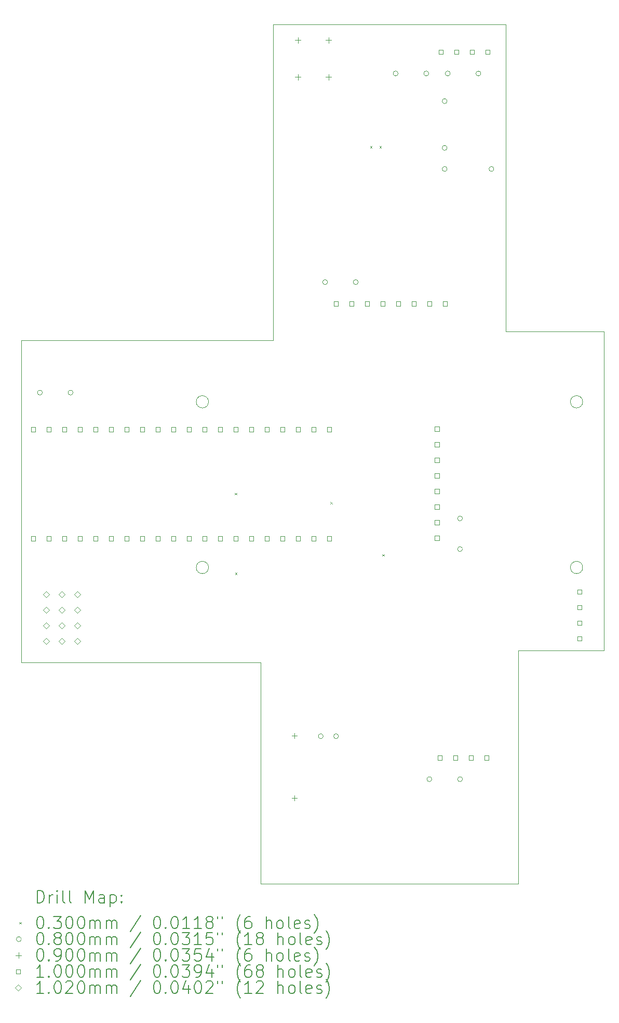
<source format=gbr>
%TF.GenerationSoftware,KiCad,Pcbnew,9.0.6*%
%TF.CreationDate,2025-12-22T22:45:33-05:00*%
%TF.ProjectId,TacoCopter_Flight_Controller,5461636f-436f-4707-9465-725f466c6967,rev?*%
%TF.SameCoordinates,Original*%
%TF.FileFunction,Drillmap*%
%TF.FilePolarity,Positive*%
%FSLAX45Y45*%
G04 Gerber Fmt 4.5, Leading zero omitted, Abs format (unit mm)*
G04 Created by KiCad (PCBNEW 9.0.6) date 2025-12-22 22:45:33*
%MOMM*%
%LPD*%
G01*
G04 APERTURE LIST*
%ADD10C,0.050000*%
%ADD11C,0.200000*%
%ADD12C,0.100000*%
%ADD13C,0.102000*%
G04 APERTURE END LIST*
D10*
X13100000Y-7650000D02*
X9000000Y-7650000D01*
X16900000Y-7500000D02*
X16900000Y-2500000D01*
X18500000Y-12700000D02*
X18500000Y-7500000D01*
X18150000Y-11350000D02*
G75*
G02*
X17950000Y-11350000I-100000J0D01*
G01*
X17950000Y-11350000D02*
G75*
G02*
X18150000Y-11350000I100000J0D01*
G01*
X9000000Y-7650000D02*
X9000000Y-12900000D01*
X18150000Y-8650000D02*
G75*
G02*
X17950000Y-8650000I-100000J0D01*
G01*
X17950000Y-8650000D02*
G75*
G02*
X18150000Y-8650000I100000J0D01*
G01*
X13100000Y-2500000D02*
X13100000Y-7650000D01*
X9000000Y-12900000D02*
X12900000Y-12900000D01*
X18500000Y-7500000D02*
X16900000Y-7500000D01*
X17100000Y-12700000D02*
X18500000Y-12700000D01*
X12900000Y-16500000D02*
X17100000Y-16500000D01*
X12050000Y-11350000D02*
G75*
G02*
X11850000Y-11350000I-100000J0D01*
G01*
X11850000Y-11350000D02*
G75*
G02*
X12050000Y-11350000I100000J0D01*
G01*
X17100000Y-16500000D02*
X17100000Y-12700000D01*
X12900000Y-12900000D02*
X12900000Y-16500000D01*
X12050000Y-8650000D02*
G75*
G02*
X11850000Y-8650000I-100000J0D01*
G01*
X11850000Y-8650000D02*
G75*
G02*
X12050000Y-8650000I100000J0D01*
G01*
X16900000Y-2500000D02*
X13100000Y-2500000D01*
D11*
D12*
X12477000Y-10135000D02*
X12507000Y-10165000D01*
X12507000Y-10135000D02*
X12477000Y-10165000D01*
X12485000Y-11435000D02*
X12515000Y-11465000D01*
X12515000Y-11435000D02*
X12485000Y-11465000D01*
X14035000Y-10285000D02*
X14065000Y-10315000D01*
X14065000Y-10285000D02*
X14035000Y-10315000D01*
X14685000Y-4485000D02*
X14715000Y-4515000D01*
X14715000Y-4485000D02*
X14685000Y-4515000D01*
X14835000Y-4485000D02*
X14865000Y-4515000D01*
X14865000Y-4485000D02*
X14835000Y-4515000D01*
X14885000Y-11135000D02*
X14915000Y-11165000D01*
X14915000Y-11135000D02*
X14885000Y-11165000D01*
X9340000Y-8500000D02*
G75*
G02*
X9260000Y-8500000I-40000J0D01*
G01*
X9260000Y-8500000D02*
G75*
G02*
X9340000Y-8500000I40000J0D01*
G01*
X9840000Y-8500000D02*
G75*
G02*
X9760000Y-8500000I-40000J0D01*
G01*
X9760000Y-8500000D02*
G75*
G02*
X9840000Y-8500000I40000J0D01*
G01*
X13919489Y-14100000D02*
G75*
G02*
X13839489Y-14100000I-40000J0D01*
G01*
X13839489Y-14100000D02*
G75*
G02*
X13919489Y-14100000I40000J0D01*
G01*
X13990000Y-6700000D02*
G75*
G02*
X13910000Y-6700000I-40000J0D01*
G01*
X13910000Y-6700000D02*
G75*
G02*
X13990000Y-6700000I40000J0D01*
G01*
X14169489Y-14100000D02*
G75*
G02*
X14089489Y-14100000I-40000J0D01*
G01*
X14089489Y-14100000D02*
G75*
G02*
X14169489Y-14100000I40000J0D01*
G01*
X14490000Y-6700000D02*
G75*
G02*
X14410000Y-6700000I-40000J0D01*
G01*
X14410000Y-6700000D02*
G75*
G02*
X14490000Y-6700000I40000J0D01*
G01*
X15140000Y-3300000D02*
G75*
G02*
X15060000Y-3300000I-40000J0D01*
G01*
X15060000Y-3300000D02*
G75*
G02*
X15140000Y-3300000I40000J0D01*
G01*
X15640000Y-3300000D02*
G75*
G02*
X15560000Y-3300000I-40000J0D01*
G01*
X15560000Y-3300000D02*
G75*
G02*
X15640000Y-3300000I40000J0D01*
G01*
X15690000Y-14800000D02*
G75*
G02*
X15610000Y-14800000I-40000J0D01*
G01*
X15610000Y-14800000D02*
G75*
G02*
X15690000Y-14800000I40000J0D01*
G01*
X15940000Y-3750000D02*
G75*
G02*
X15860000Y-3750000I-40000J0D01*
G01*
X15860000Y-3750000D02*
G75*
G02*
X15940000Y-3750000I40000J0D01*
G01*
X15940000Y-4512000D02*
G75*
G02*
X15860000Y-4512000I-40000J0D01*
G01*
X15860000Y-4512000D02*
G75*
G02*
X15940000Y-4512000I40000J0D01*
G01*
X15940000Y-4855000D02*
G75*
G02*
X15860000Y-4855000I-40000J0D01*
G01*
X15860000Y-4855000D02*
G75*
G02*
X15940000Y-4855000I40000J0D01*
G01*
X15990000Y-3300000D02*
G75*
G02*
X15910000Y-3300000I-40000J0D01*
G01*
X15910000Y-3300000D02*
G75*
G02*
X15990000Y-3300000I40000J0D01*
G01*
X16190000Y-10550000D02*
G75*
G02*
X16110000Y-10550000I-40000J0D01*
G01*
X16110000Y-10550000D02*
G75*
G02*
X16190000Y-10550000I40000J0D01*
G01*
X16190000Y-11050000D02*
G75*
G02*
X16110000Y-11050000I-40000J0D01*
G01*
X16110000Y-11050000D02*
G75*
G02*
X16190000Y-11050000I40000J0D01*
G01*
X16190000Y-14800000D02*
G75*
G02*
X16110000Y-14800000I-40000J0D01*
G01*
X16110000Y-14800000D02*
G75*
G02*
X16190000Y-14800000I40000J0D01*
G01*
X16490000Y-3300000D02*
G75*
G02*
X16410000Y-3300000I-40000J0D01*
G01*
X16410000Y-3300000D02*
G75*
G02*
X16490000Y-3300000I40000J0D01*
G01*
X16702000Y-4855000D02*
G75*
G02*
X16622000Y-4855000I-40000J0D01*
G01*
X16622000Y-4855000D02*
G75*
G02*
X16702000Y-4855000I40000J0D01*
G01*
X13450000Y-14047000D02*
X13450000Y-14137000D01*
X13405000Y-14092000D02*
X13495000Y-14092000D01*
X13450000Y-15063000D02*
X13450000Y-15153000D01*
X13405000Y-15108000D02*
X13495000Y-15108000D01*
X13507750Y-2712750D02*
X13507750Y-2802750D01*
X13462750Y-2757750D02*
X13552750Y-2757750D01*
X13507750Y-3312750D02*
X13507750Y-3402750D01*
X13462750Y-3357750D02*
X13552750Y-3357750D01*
X14007750Y-2712750D02*
X14007750Y-2802750D01*
X13962750Y-2757750D02*
X14052750Y-2757750D01*
X14007750Y-3312750D02*
X14007750Y-3402750D01*
X13962750Y-3357750D02*
X14052750Y-3357750D01*
X9225356Y-9135356D02*
X9225356Y-9064644D01*
X9154644Y-9064644D01*
X9154644Y-9135356D01*
X9225356Y-9135356D01*
X9225356Y-10913356D02*
X9225356Y-10842644D01*
X9154644Y-10842644D01*
X9154644Y-10913356D01*
X9225356Y-10913356D01*
X9479356Y-9135356D02*
X9479356Y-9064644D01*
X9408644Y-9064644D01*
X9408644Y-9135356D01*
X9479356Y-9135356D01*
X9479356Y-10913356D02*
X9479356Y-10842644D01*
X9408644Y-10842644D01*
X9408644Y-10913356D01*
X9479356Y-10913356D01*
X9733356Y-9135356D02*
X9733356Y-9064644D01*
X9662644Y-9064644D01*
X9662644Y-9135356D01*
X9733356Y-9135356D01*
X9733356Y-10913356D02*
X9733356Y-10842644D01*
X9662644Y-10842644D01*
X9662644Y-10913356D01*
X9733356Y-10913356D01*
X9987356Y-9135356D02*
X9987356Y-9064644D01*
X9916644Y-9064644D01*
X9916644Y-9135356D01*
X9987356Y-9135356D01*
X9987356Y-10913356D02*
X9987356Y-10842644D01*
X9916644Y-10842644D01*
X9916644Y-10913356D01*
X9987356Y-10913356D01*
X10241356Y-9135356D02*
X10241356Y-9064644D01*
X10170644Y-9064644D01*
X10170644Y-9135356D01*
X10241356Y-9135356D01*
X10241356Y-10913356D02*
X10241356Y-10842644D01*
X10170644Y-10842644D01*
X10170644Y-10913356D01*
X10241356Y-10913356D01*
X10495356Y-9135356D02*
X10495356Y-9064644D01*
X10424644Y-9064644D01*
X10424644Y-9135356D01*
X10495356Y-9135356D01*
X10495356Y-10913356D02*
X10495356Y-10842644D01*
X10424644Y-10842644D01*
X10424644Y-10913356D01*
X10495356Y-10913356D01*
X10749356Y-9135356D02*
X10749356Y-9064644D01*
X10678644Y-9064644D01*
X10678644Y-9135356D01*
X10749356Y-9135356D01*
X10749356Y-10913356D02*
X10749356Y-10842644D01*
X10678644Y-10842644D01*
X10678644Y-10913356D01*
X10749356Y-10913356D01*
X11003356Y-9135356D02*
X11003356Y-9064644D01*
X10932644Y-9064644D01*
X10932644Y-9135356D01*
X11003356Y-9135356D01*
X11003356Y-10913356D02*
X11003356Y-10842644D01*
X10932644Y-10842644D01*
X10932644Y-10913356D01*
X11003356Y-10913356D01*
X11257356Y-9135356D02*
X11257356Y-9064644D01*
X11186644Y-9064644D01*
X11186644Y-9135356D01*
X11257356Y-9135356D01*
X11257356Y-10913356D02*
X11257356Y-10842644D01*
X11186644Y-10842644D01*
X11186644Y-10913356D01*
X11257356Y-10913356D01*
X11511356Y-9135356D02*
X11511356Y-9064644D01*
X11440644Y-9064644D01*
X11440644Y-9135356D01*
X11511356Y-9135356D01*
X11511356Y-10913356D02*
X11511356Y-10842644D01*
X11440644Y-10842644D01*
X11440644Y-10913356D01*
X11511356Y-10913356D01*
X11765356Y-9135356D02*
X11765356Y-9064644D01*
X11694644Y-9064644D01*
X11694644Y-9135356D01*
X11765356Y-9135356D01*
X11765356Y-10913356D02*
X11765356Y-10842644D01*
X11694644Y-10842644D01*
X11694644Y-10913356D01*
X11765356Y-10913356D01*
X12019356Y-9135356D02*
X12019356Y-9064644D01*
X11948644Y-9064644D01*
X11948644Y-9135356D01*
X12019356Y-9135356D01*
X12019356Y-10913356D02*
X12019356Y-10842644D01*
X11948644Y-10842644D01*
X11948644Y-10913356D01*
X12019356Y-10913356D01*
X12273356Y-9135356D02*
X12273356Y-9064644D01*
X12202644Y-9064644D01*
X12202644Y-9135356D01*
X12273356Y-9135356D01*
X12273356Y-10913356D02*
X12273356Y-10842644D01*
X12202644Y-10842644D01*
X12202644Y-10913356D01*
X12273356Y-10913356D01*
X12527356Y-9135356D02*
X12527356Y-9064644D01*
X12456644Y-9064644D01*
X12456644Y-9135356D01*
X12527356Y-9135356D01*
X12527356Y-10913356D02*
X12527356Y-10842644D01*
X12456644Y-10842644D01*
X12456644Y-10913356D01*
X12527356Y-10913356D01*
X12781356Y-9135356D02*
X12781356Y-9064644D01*
X12710644Y-9064644D01*
X12710644Y-9135356D01*
X12781356Y-9135356D01*
X12781356Y-10913356D02*
X12781356Y-10842644D01*
X12710644Y-10842644D01*
X12710644Y-10913356D01*
X12781356Y-10913356D01*
X13035356Y-9135356D02*
X13035356Y-9064644D01*
X12964644Y-9064644D01*
X12964644Y-9135356D01*
X13035356Y-9135356D01*
X13035356Y-10913356D02*
X13035356Y-10842644D01*
X12964644Y-10842644D01*
X12964644Y-10913356D01*
X13035356Y-10913356D01*
X13289356Y-9135356D02*
X13289356Y-9064644D01*
X13218644Y-9064644D01*
X13218644Y-9135356D01*
X13289356Y-9135356D01*
X13289356Y-10913356D02*
X13289356Y-10842644D01*
X13218644Y-10842644D01*
X13218644Y-10913356D01*
X13289356Y-10913356D01*
X13543356Y-9135356D02*
X13543356Y-9064644D01*
X13472644Y-9064644D01*
X13472644Y-9135356D01*
X13543356Y-9135356D01*
X13543356Y-10913356D02*
X13543356Y-10842644D01*
X13472644Y-10842644D01*
X13472644Y-10913356D01*
X13543356Y-10913356D01*
X13797356Y-9135356D02*
X13797356Y-9064644D01*
X13726644Y-9064644D01*
X13726644Y-9135356D01*
X13797356Y-9135356D01*
X13797356Y-10913356D02*
X13797356Y-10842644D01*
X13726644Y-10842644D01*
X13726644Y-10913356D01*
X13797356Y-10913356D01*
X14051356Y-9135356D02*
X14051356Y-9064644D01*
X13980644Y-9064644D01*
X13980644Y-9135356D01*
X14051356Y-9135356D01*
X14051356Y-10913356D02*
X14051356Y-10842644D01*
X13980644Y-10842644D01*
X13980644Y-10913356D01*
X14051356Y-10913356D01*
X14165356Y-7085356D02*
X14165356Y-7014644D01*
X14094644Y-7014644D01*
X14094644Y-7085356D01*
X14165356Y-7085356D01*
X14419356Y-7085356D02*
X14419356Y-7014644D01*
X14348644Y-7014644D01*
X14348644Y-7085356D01*
X14419356Y-7085356D01*
X14673356Y-7085356D02*
X14673356Y-7014644D01*
X14602644Y-7014644D01*
X14602644Y-7085356D01*
X14673356Y-7085356D01*
X14927356Y-7085356D02*
X14927356Y-7014644D01*
X14856644Y-7014644D01*
X14856644Y-7085356D01*
X14927356Y-7085356D01*
X15181356Y-7085356D02*
X15181356Y-7014644D01*
X15110644Y-7014644D01*
X15110644Y-7085356D01*
X15181356Y-7085356D01*
X15435356Y-7085356D02*
X15435356Y-7014644D01*
X15364644Y-7014644D01*
X15364644Y-7085356D01*
X15435356Y-7085356D01*
X15689356Y-7085356D02*
X15689356Y-7014644D01*
X15618644Y-7014644D01*
X15618644Y-7085356D01*
X15689356Y-7085356D01*
X15811319Y-9127356D02*
X15811319Y-9056644D01*
X15740608Y-9056644D01*
X15740608Y-9127356D01*
X15811319Y-9127356D01*
X15811319Y-9381356D02*
X15811319Y-9310644D01*
X15740608Y-9310644D01*
X15740608Y-9381356D01*
X15811319Y-9381356D01*
X15811319Y-9635356D02*
X15811319Y-9564644D01*
X15740608Y-9564644D01*
X15740608Y-9635356D01*
X15811319Y-9635356D01*
X15811319Y-9889356D02*
X15811319Y-9818644D01*
X15740608Y-9818644D01*
X15740608Y-9889356D01*
X15811319Y-9889356D01*
X15811319Y-10143356D02*
X15811319Y-10072644D01*
X15740608Y-10072644D01*
X15740608Y-10143356D01*
X15811319Y-10143356D01*
X15811319Y-10397356D02*
X15811319Y-10326644D01*
X15740608Y-10326644D01*
X15740608Y-10397356D01*
X15811319Y-10397356D01*
X15811319Y-10651356D02*
X15811319Y-10580644D01*
X15740608Y-10580644D01*
X15740608Y-10651356D01*
X15811319Y-10651356D01*
X15811319Y-10905356D02*
X15811319Y-10834644D01*
X15740608Y-10834644D01*
X15740608Y-10905356D01*
X15811319Y-10905356D01*
X15854356Y-14485356D02*
X15854356Y-14414644D01*
X15783644Y-14414644D01*
X15783644Y-14485356D01*
X15854356Y-14485356D01*
X15873356Y-2985356D02*
X15873356Y-2914644D01*
X15802644Y-2914644D01*
X15802644Y-2985356D01*
X15873356Y-2985356D01*
X15943356Y-7085356D02*
X15943356Y-7014644D01*
X15872644Y-7014644D01*
X15872644Y-7085356D01*
X15943356Y-7085356D01*
X16108356Y-14485356D02*
X16108356Y-14414644D01*
X16037644Y-14414644D01*
X16037644Y-14485356D01*
X16108356Y-14485356D01*
X16127356Y-2985356D02*
X16127356Y-2914644D01*
X16056644Y-2914644D01*
X16056644Y-2985356D01*
X16127356Y-2985356D01*
X16362356Y-14485356D02*
X16362356Y-14414644D01*
X16291644Y-14414644D01*
X16291644Y-14485356D01*
X16362356Y-14485356D01*
X16381356Y-2985356D02*
X16381356Y-2914644D01*
X16310644Y-2914644D01*
X16310644Y-2985356D01*
X16381356Y-2985356D01*
X16616356Y-14485356D02*
X16616356Y-14414644D01*
X16545644Y-14414644D01*
X16545644Y-14485356D01*
X16616356Y-14485356D01*
X16635356Y-2985356D02*
X16635356Y-2914644D01*
X16564644Y-2914644D01*
X16564644Y-2985356D01*
X16635356Y-2985356D01*
X18135356Y-11781356D02*
X18135356Y-11710644D01*
X18064644Y-11710644D01*
X18064644Y-11781356D01*
X18135356Y-11781356D01*
X18135356Y-12035356D02*
X18135356Y-11964644D01*
X18064644Y-11964644D01*
X18064644Y-12035356D01*
X18135356Y-12035356D01*
X18135356Y-12289356D02*
X18135356Y-12218644D01*
X18064644Y-12218644D01*
X18064644Y-12289356D01*
X18135356Y-12289356D01*
X18135356Y-12543356D02*
X18135356Y-12472644D01*
X18064644Y-12472644D01*
X18064644Y-12543356D01*
X18135356Y-12543356D01*
D13*
X9400000Y-11843000D02*
X9451000Y-11792000D01*
X9400000Y-11741000D01*
X9349000Y-11792000D01*
X9400000Y-11843000D01*
X9400000Y-12097000D02*
X9451000Y-12046000D01*
X9400000Y-11995000D01*
X9349000Y-12046000D01*
X9400000Y-12097000D01*
X9400000Y-12351000D02*
X9451000Y-12300000D01*
X9400000Y-12249000D01*
X9349000Y-12300000D01*
X9400000Y-12351000D01*
X9400000Y-12605000D02*
X9451000Y-12554000D01*
X9400000Y-12503000D01*
X9349000Y-12554000D01*
X9400000Y-12605000D01*
X9654000Y-11843000D02*
X9705000Y-11792000D01*
X9654000Y-11741000D01*
X9603000Y-11792000D01*
X9654000Y-11843000D01*
X9654000Y-12097000D02*
X9705000Y-12046000D01*
X9654000Y-11995000D01*
X9603000Y-12046000D01*
X9654000Y-12097000D01*
X9654000Y-12351000D02*
X9705000Y-12300000D01*
X9654000Y-12249000D01*
X9603000Y-12300000D01*
X9654000Y-12351000D01*
X9654000Y-12605000D02*
X9705000Y-12554000D01*
X9654000Y-12503000D01*
X9603000Y-12554000D01*
X9654000Y-12605000D01*
X9908000Y-11843000D02*
X9959000Y-11792000D01*
X9908000Y-11741000D01*
X9857000Y-11792000D01*
X9908000Y-11843000D01*
X9908000Y-12097000D02*
X9959000Y-12046000D01*
X9908000Y-11995000D01*
X9857000Y-12046000D01*
X9908000Y-12097000D01*
X9908000Y-12351000D02*
X9959000Y-12300000D01*
X9908000Y-12249000D01*
X9857000Y-12300000D01*
X9908000Y-12351000D01*
X9908000Y-12605000D02*
X9959000Y-12554000D01*
X9908000Y-12503000D01*
X9857000Y-12554000D01*
X9908000Y-12605000D01*
D11*
X9258277Y-16813984D02*
X9258277Y-16613984D01*
X9258277Y-16613984D02*
X9305896Y-16613984D01*
X9305896Y-16613984D02*
X9334467Y-16623508D01*
X9334467Y-16623508D02*
X9353515Y-16642555D01*
X9353515Y-16642555D02*
X9363039Y-16661603D01*
X9363039Y-16661603D02*
X9372563Y-16699698D01*
X9372563Y-16699698D02*
X9372563Y-16728269D01*
X9372563Y-16728269D02*
X9363039Y-16766365D01*
X9363039Y-16766365D02*
X9353515Y-16785412D01*
X9353515Y-16785412D02*
X9334467Y-16804460D01*
X9334467Y-16804460D02*
X9305896Y-16813984D01*
X9305896Y-16813984D02*
X9258277Y-16813984D01*
X9458277Y-16813984D02*
X9458277Y-16680650D01*
X9458277Y-16718746D02*
X9467801Y-16699698D01*
X9467801Y-16699698D02*
X9477324Y-16690174D01*
X9477324Y-16690174D02*
X9496372Y-16680650D01*
X9496372Y-16680650D02*
X9515420Y-16680650D01*
X9582086Y-16813984D02*
X9582086Y-16680650D01*
X9582086Y-16613984D02*
X9572563Y-16623508D01*
X9572563Y-16623508D02*
X9582086Y-16633031D01*
X9582086Y-16633031D02*
X9591610Y-16623508D01*
X9591610Y-16623508D02*
X9582086Y-16613984D01*
X9582086Y-16613984D02*
X9582086Y-16633031D01*
X9705896Y-16813984D02*
X9686848Y-16804460D01*
X9686848Y-16804460D02*
X9677324Y-16785412D01*
X9677324Y-16785412D02*
X9677324Y-16613984D01*
X9810658Y-16813984D02*
X9791610Y-16804460D01*
X9791610Y-16804460D02*
X9782086Y-16785412D01*
X9782086Y-16785412D02*
X9782086Y-16613984D01*
X10039229Y-16813984D02*
X10039229Y-16613984D01*
X10039229Y-16613984D02*
X10105896Y-16756841D01*
X10105896Y-16756841D02*
X10172563Y-16613984D01*
X10172563Y-16613984D02*
X10172563Y-16813984D01*
X10353515Y-16813984D02*
X10353515Y-16709222D01*
X10353515Y-16709222D02*
X10343991Y-16690174D01*
X10343991Y-16690174D02*
X10324944Y-16680650D01*
X10324944Y-16680650D02*
X10286848Y-16680650D01*
X10286848Y-16680650D02*
X10267801Y-16690174D01*
X10353515Y-16804460D02*
X10334467Y-16813984D01*
X10334467Y-16813984D02*
X10286848Y-16813984D01*
X10286848Y-16813984D02*
X10267801Y-16804460D01*
X10267801Y-16804460D02*
X10258277Y-16785412D01*
X10258277Y-16785412D02*
X10258277Y-16766365D01*
X10258277Y-16766365D02*
X10267801Y-16747317D01*
X10267801Y-16747317D02*
X10286848Y-16737793D01*
X10286848Y-16737793D02*
X10334467Y-16737793D01*
X10334467Y-16737793D02*
X10353515Y-16728269D01*
X10448753Y-16680650D02*
X10448753Y-16880650D01*
X10448753Y-16690174D02*
X10467801Y-16680650D01*
X10467801Y-16680650D02*
X10505896Y-16680650D01*
X10505896Y-16680650D02*
X10524944Y-16690174D01*
X10524944Y-16690174D02*
X10534467Y-16699698D01*
X10534467Y-16699698D02*
X10543991Y-16718746D01*
X10543991Y-16718746D02*
X10543991Y-16775888D01*
X10543991Y-16775888D02*
X10534467Y-16794936D01*
X10534467Y-16794936D02*
X10524944Y-16804460D01*
X10524944Y-16804460D02*
X10505896Y-16813984D01*
X10505896Y-16813984D02*
X10467801Y-16813984D01*
X10467801Y-16813984D02*
X10448753Y-16804460D01*
X10629705Y-16794936D02*
X10639229Y-16804460D01*
X10639229Y-16804460D02*
X10629705Y-16813984D01*
X10629705Y-16813984D02*
X10620182Y-16804460D01*
X10620182Y-16804460D02*
X10629705Y-16794936D01*
X10629705Y-16794936D02*
X10629705Y-16813984D01*
X10629705Y-16690174D02*
X10639229Y-16699698D01*
X10639229Y-16699698D02*
X10629705Y-16709222D01*
X10629705Y-16709222D02*
X10620182Y-16699698D01*
X10620182Y-16699698D02*
X10629705Y-16690174D01*
X10629705Y-16690174D02*
X10629705Y-16709222D01*
D12*
X8967500Y-17127500D02*
X8997500Y-17157500D01*
X8997500Y-17127500D02*
X8967500Y-17157500D01*
D11*
X9296372Y-17033984D02*
X9315420Y-17033984D01*
X9315420Y-17033984D02*
X9334467Y-17043508D01*
X9334467Y-17043508D02*
X9343991Y-17053031D01*
X9343991Y-17053031D02*
X9353515Y-17072079D01*
X9353515Y-17072079D02*
X9363039Y-17110174D01*
X9363039Y-17110174D02*
X9363039Y-17157793D01*
X9363039Y-17157793D02*
X9353515Y-17195889D01*
X9353515Y-17195889D02*
X9343991Y-17214936D01*
X9343991Y-17214936D02*
X9334467Y-17224460D01*
X9334467Y-17224460D02*
X9315420Y-17233984D01*
X9315420Y-17233984D02*
X9296372Y-17233984D01*
X9296372Y-17233984D02*
X9277324Y-17224460D01*
X9277324Y-17224460D02*
X9267801Y-17214936D01*
X9267801Y-17214936D02*
X9258277Y-17195889D01*
X9258277Y-17195889D02*
X9248753Y-17157793D01*
X9248753Y-17157793D02*
X9248753Y-17110174D01*
X9248753Y-17110174D02*
X9258277Y-17072079D01*
X9258277Y-17072079D02*
X9267801Y-17053031D01*
X9267801Y-17053031D02*
X9277324Y-17043508D01*
X9277324Y-17043508D02*
X9296372Y-17033984D01*
X9448753Y-17214936D02*
X9458277Y-17224460D01*
X9458277Y-17224460D02*
X9448753Y-17233984D01*
X9448753Y-17233984D02*
X9439229Y-17224460D01*
X9439229Y-17224460D02*
X9448753Y-17214936D01*
X9448753Y-17214936D02*
X9448753Y-17233984D01*
X9524944Y-17033984D02*
X9648753Y-17033984D01*
X9648753Y-17033984D02*
X9582086Y-17110174D01*
X9582086Y-17110174D02*
X9610658Y-17110174D01*
X9610658Y-17110174D02*
X9629705Y-17119698D01*
X9629705Y-17119698D02*
X9639229Y-17129222D01*
X9639229Y-17129222D02*
X9648753Y-17148270D01*
X9648753Y-17148270D02*
X9648753Y-17195889D01*
X9648753Y-17195889D02*
X9639229Y-17214936D01*
X9639229Y-17214936D02*
X9629705Y-17224460D01*
X9629705Y-17224460D02*
X9610658Y-17233984D01*
X9610658Y-17233984D02*
X9553515Y-17233984D01*
X9553515Y-17233984D02*
X9534467Y-17224460D01*
X9534467Y-17224460D02*
X9524944Y-17214936D01*
X9772563Y-17033984D02*
X9791610Y-17033984D01*
X9791610Y-17033984D02*
X9810658Y-17043508D01*
X9810658Y-17043508D02*
X9820182Y-17053031D01*
X9820182Y-17053031D02*
X9829705Y-17072079D01*
X9829705Y-17072079D02*
X9839229Y-17110174D01*
X9839229Y-17110174D02*
X9839229Y-17157793D01*
X9839229Y-17157793D02*
X9829705Y-17195889D01*
X9829705Y-17195889D02*
X9820182Y-17214936D01*
X9820182Y-17214936D02*
X9810658Y-17224460D01*
X9810658Y-17224460D02*
X9791610Y-17233984D01*
X9791610Y-17233984D02*
X9772563Y-17233984D01*
X9772563Y-17233984D02*
X9753515Y-17224460D01*
X9753515Y-17224460D02*
X9743991Y-17214936D01*
X9743991Y-17214936D02*
X9734467Y-17195889D01*
X9734467Y-17195889D02*
X9724944Y-17157793D01*
X9724944Y-17157793D02*
X9724944Y-17110174D01*
X9724944Y-17110174D02*
X9734467Y-17072079D01*
X9734467Y-17072079D02*
X9743991Y-17053031D01*
X9743991Y-17053031D02*
X9753515Y-17043508D01*
X9753515Y-17043508D02*
X9772563Y-17033984D01*
X9963039Y-17033984D02*
X9982086Y-17033984D01*
X9982086Y-17033984D02*
X10001134Y-17043508D01*
X10001134Y-17043508D02*
X10010658Y-17053031D01*
X10010658Y-17053031D02*
X10020182Y-17072079D01*
X10020182Y-17072079D02*
X10029705Y-17110174D01*
X10029705Y-17110174D02*
X10029705Y-17157793D01*
X10029705Y-17157793D02*
X10020182Y-17195889D01*
X10020182Y-17195889D02*
X10010658Y-17214936D01*
X10010658Y-17214936D02*
X10001134Y-17224460D01*
X10001134Y-17224460D02*
X9982086Y-17233984D01*
X9982086Y-17233984D02*
X9963039Y-17233984D01*
X9963039Y-17233984D02*
X9943991Y-17224460D01*
X9943991Y-17224460D02*
X9934467Y-17214936D01*
X9934467Y-17214936D02*
X9924944Y-17195889D01*
X9924944Y-17195889D02*
X9915420Y-17157793D01*
X9915420Y-17157793D02*
X9915420Y-17110174D01*
X9915420Y-17110174D02*
X9924944Y-17072079D01*
X9924944Y-17072079D02*
X9934467Y-17053031D01*
X9934467Y-17053031D02*
X9943991Y-17043508D01*
X9943991Y-17043508D02*
X9963039Y-17033984D01*
X10115420Y-17233984D02*
X10115420Y-17100650D01*
X10115420Y-17119698D02*
X10124944Y-17110174D01*
X10124944Y-17110174D02*
X10143991Y-17100650D01*
X10143991Y-17100650D02*
X10172563Y-17100650D01*
X10172563Y-17100650D02*
X10191610Y-17110174D01*
X10191610Y-17110174D02*
X10201134Y-17129222D01*
X10201134Y-17129222D02*
X10201134Y-17233984D01*
X10201134Y-17129222D02*
X10210658Y-17110174D01*
X10210658Y-17110174D02*
X10229705Y-17100650D01*
X10229705Y-17100650D02*
X10258277Y-17100650D01*
X10258277Y-17100650D02*
X10277325Y-17110174D01*
X10277325Y-17110174D02*
X10286848Y-17129222D01*
X10286848Y-17129222D02*
X10286848Y-17233984D01*
X10382086Y-17233984D02*
X10382086Y-17100650D01*
X10382086Y-17119698D02*
X10391610Y-17110174D01*
X10391610Y-17110174D02*
X10410658Y-17100650D01*
X10410658Y-17100650D02*
X10439229Y-17100650D01*
X10439229Y-17100650D02*
X10458277Y-17110174D01*
X10458277Y-17110174D02*
X10467801Y-17129222D01*
X10467801Y-17129222D02*
X10467801Y-17233984D01*
X10467801Y-17129222D02*
X10477325Y-17110174D01*
X10477325Y-17110174D02*
X10496372Y-17100650D01*
X10496372Y-17100650D02*
X10524944Y-17100650D01*
X10524944Y-17100650D02*
X10543991Y-17110174D01*
X10543991Y-17110174D02*
X10553515Y-17129222D01*
X10553515Y-17129222D02*
X10553515Y-17233984D01*
X10943991Y-17024460D02*
X10772563Y-17281603D01*
X11201134Y-17033984D02*
X11220182Y-17033984D01*
X11220182Y-17033984D02*
X11239229Y-17043508D01*
X11239229Y-17043508D02*
X11248753Y-17053031D01*
X11248753Y-17053031D02*
X11258277Y-17072079D01*
X11258277Y-17072079D02*
X11267801Y-17110174D01*
X11267801Y-17110174D02*
X11267801Y-17157793D01*
X11267801Y-17157793D02*
X11258277Y-17195889D01*
X11258277Y-17195889D02*
X11248753Y-17214936D01*
X11248753Y-17214936D02*
X11239229Y-17224460D01*
X11239229Y-17224460D02*
X11220182Y-17233984D01*
X11220182Y-17233984D02*
X11201134Y-17233984D01*
X11201134Y-17233984D02*
X11182087Y-17224460D01*
X11182087Y-17224460D02*
X11172563Y-17214936D01*
X11172563Y-17214936D02*
X11163039Y-17195889D01*
X11163039Y-17195889D02*
X11153515Y-17157793D01*
X11153515Y-17157793D02*
X11153515Y-17110174D01*
X11153515Y-17110174D02*
X11163039Y-17072079D01*
X11163039Y-17072079D02*
X11172563Y-17053031D01*
X11172563Y-17053031D02*
X11182087Y-17043508D01*
X11182087Y-17043508D02*
X11201134Y-17033984D01*
X11353515Y-17214936D02*
X11363039Y-17224460D01*
X11363039Y-17224460D02*
X11353515Y-17233984D01*
X11353515Y-17233984D02*
X11343991Y-17224460D01*
X11343991Y-17224460D02*
X11353515Y-17214936D01*
X11353515Y-17214936D02*
X11353515Y-17233984D01*
X11486848Y-17033984D02*
X11505896Y-17033984D01*
X11505896Y-17033984D02*
X11524944Y-17043508D01*
X11524944Y-17043508D02*
X11534467Y-17053031D01*
X11534467Y-17053031D02*
X11543991Y-17072079D01*
X11543991Y-17072079D02*
X11553515Y-17110174D01*
X11553515Y-17110174D02*
X11553515Y-17157793D01*
X11553515Y-17157793D02*
X11543991Y-17195889D01*
X11543991Y-17195889D02*
X11534467Y-17214936D01*
X11534467Y-17214936D02*
X11524944Y-17224460D01*
X11524944Y-17224460D02*
X11505896Y-17233984D01*
X11505896Y-17233984D02*
X11486848Y-17233984D01*
X11486848Y-17233984D02*
X11467801Y-17224460D01*
X11467801Y-17224460D02*
X11458277Y-17214936D01*
X11458277Y-17214936D02*
X11448753Y-17195889D01*
X11448753Y-17195889D02*
X11439229Y-17157793D01*
X11439229Y-17157793D02*
X11439229Y-17110174D01*
X11439229Y-17110174D02*
X11448753Y-17072079D01*
X11448753Y-17072079D02*
X11458277Y-17053031D01*
X11458277Y-17053031D02*
X11467801Y-17043508D01*
X11467801Y-17043508D02*
X11486848Y-17033984D01*
X11743991Y-17233984D02*
X11629706Y-17233984D01*
X11686848Y-17233984D02*
X11686848Y-17033984D01*
X11686848Y-17033984D02*
X11667801Y-17062555D01*
X11667801Y-17062555D02*
X11648753Y-17081603D01*
X11648753Y-17081603D02*
X11629706Y-17091127D01*
X11934467Y-17233984D02*
X11820182Y-17233984D01*
X11877325Y-17233984D02*
X11877325Y-17033984D01*
X11877325Y-17033984D02*
X11858277Y-17062555D01*
X11858277Y-17062555D02*
X11839229Y-17081603D01*
X11839229Y-17081603D02*
X11820182Y-17091127D01*
X12048753Y-17119698D02*
X12029706Y-17110174D01*
X12029706Y-17110174D02*
X12020182Y-17100650D01*
X12020182Y-17100650D02*
X12010658Y-17081603D01*
X12010658Y-17081603D02*
X12010658Y-17072079D01*
X12010658Y-17072079D02*
X12020182Y-17053031D01*
X12020182Y-17053031D02*
X12029706Y-17043508D01*
X12029706Y-17043508D02*
X12048753Y-17033984D01*
X12048753Y-17033984D02*
X12086848Y-17033984D01*
X12086848Y-17033984D02*
X12105896Y-17043508D01*
X12105896Y-17043508D02*
X12115420Y-17053031D01*
X12115420Y-17053031D02*
X12124944Y-17072079D01*
X12124944Y-17072079D02*
X12124944Y-17081603D01*
X12124944Y-17081603D02*
X12115420Y-17100650D01*
X12115420Y-17100650D02*
X12105896Y-17110174D01*
X12105896Y-17110174D02*
X12086848Y-17119698D01*
X12086848Y-17119698D02*
X12048753Y-17119698D01*
X12048753Y-17119698D02*
X12029706Y-17129222D01*
X12029706Y-17129222D02*
X12020182Y-17138746D01*
X12020182Y-17138746D02*
X12010658Y-17157793D01*
X12010658Y-17157793D02*
X12010658Y-17195889D01*
X12010658Y-17195889D02*
X12020182Y-17214936D01*
X12020182Y-17214936D02*
X12029706Y-17224460D01*
X12029706Y-17224460D02*
X12048753Y-17233984D01*
X12048753Y-17233984D02*
X12086848Y-17233984D01*
X12086848Y-17233984D02*
X12105896Y-17224460D01*
X12105896Y-17224460D02*
X12115420Y-17214936D01*
X12115420Y-17214936D02*
X12124944Y-17195889D01*
X12124944Y-17195889D02*
X12124944Y-17157793D01*
X12124944Y-17157793D02*
X12115420Y-17138746D01*
X12115420Y-17138746D02*
X12105896Y-17129222D01*
X12105896Y-17129222D02*
X12086848Y-17119698D01*
X12201134Y-17033984D02*
X12201134Y-17072079D01*
X12277325Y-17033984D02*
X12277325Y-17072079D01*
X12572563Y-17310174D02*
X12563039Y-17300650D01*
X12563039Y-17300650D02*
X12543991Y-17272079D01*
X12543991Y-17272079D02*
X12534468Y-17253031D01*
X12534468Y-17253031D02*
X12524944Y-17224460D01*
X12524944Y-17224460D02*
X12515420Y-17176841D01*
X12515420Y-17176841D02*
X12515420Y-17138746D01*
X12515420Y-17138746D02*
X12524944Y-17091127D01*
X12524944Y-17091127D02*
X12534468Y-17062555D01*
X12534468Y-17062555D02*
X12543991Y-17043508D01*
X12543991Y-17043508D02*
X12563039Y-17014936D01*
X12563039Y-17014936D02*
X12572563Y-17005412D01*
X12734468Y-17033984D02*
X12696372Y-17033984D01*
X12696372Y-17033984D02*
X12677325Y-17043508D01*
X12677325Y-17043508D02*
X12667801Y-17053031D01*
X12667801Y-17053031D02*
X12648753Y-17081603D01*
X12648753Y-17081603D02*
X12639229Y-17119698D01*
X12639229Y-17119698D02*
X12639229Y-17195889D01*
X12639229Y-17195889D02*
X12648753Y-17214936D01*
X12648753Y-17214936D02*
X12658277Y-17224460D01*
X12658277Y-17224460D02*
X12677325Y-17233984D01*
X12677325Y-17233984D02*
X12715420Y-17233984D01*
X12715420Y-17233984D02*
X12734468Y-17224460D01*
X12734468Y-17224460D02*
X12743991Y-17214936D01*
X12743991Y-17214936D02*
X12753515Y-17195889D01*
X12753515Y-17195889D02*
X12753515Y-17148270D01*
X12753515Y-17148270D02*
X12743991Y-17129222D01*
X12743991Y-17129222D02*
X12734468Y-17119698D01*
X12734468Y-17119698D02*
X12715420Y-17110174D01*
X12715420Y-17110174D02*
X12677325Y-17110174D01*
X12677325Y-17110174D02*
X12658277Y-17119698D01*
X12658277Y-17119698D02*
X12648753Y-17129222D01*
X12648753Y-17129222D02*
X12639229Y-17148270D01*
X12991610Y-17233984D02*
X12991610Y-17033984D01*
X13077325Y-17233984D02*
X13077325Y-17129222D01*
X13077325Y-17129222D02*
X13067801Y-17110174D01*
X13067801Y-17110174D02*
X13048753Y-17100650D01*
X13048753Y-17100650D02*
X13020182Y-17100650D01*
X13020182Y-17100650D02*
X13001134Y-17110174D01*
X13001134Y-17110174D02*
X12991610Y-17119698D01*
X13201134Y-17233984D02*
X13182087Y-17224460D01*
X13182087Y-17224460D02*
X13172563Y-17214936D01*
X13172563Y-17214936D02*
X13163039Y-17195889D01*
X13163039Y-17195889D02*
X13163039Y-17138746D01*
X13163039Y-17138746D02*
X13172563Y-17119698D01*
X13172563Y-17119698D02*
X13182087Y-17110174D01*
X13182087Y-17110174D02*
X13201134Y-17100650D01*
X13201134Y-17100650D02*
X13229706Y-17100650D01*
X13229706Y-17100650D02*
X13248753Y-17110174D01*
X13248753Y-17110174D02*
X13258277Y-17119698D01*
X13258277Y-17119698D02*
X13267801Y-17138746D01*
X13267801Y-17138746D02*
X13267801Y-17195889D01*
X13267801Y-17195889D02*
X13258277Y-17214936D01*
X13258277Y-17214936D02*
X13248753Y-17224460D01*
X13248753Y-17224460D02*
X13229706Y-17233984D01*
X13229706Y-17233984D02*
X13201134Y-17233984D01*
X13382087Y-17233984D02*
X13363039Y-17224460D01*
X13363039Y-17224460D02*
X13353515Y-17205412D01*
X13353515Y-17205412D02*
X13353515Y-17033984D01*
X13534468Y-17224460D02*
X13515420Y-17233984D01*
X13515420Y-17233984D02*
X13477325Y-17233984D01*
X13477325Y-17233984D02*
X13458277Y-17224460D01*
X13458277Y-17224460D02*
X13448753Y-17205412D01*
X13448753Y-17205412D02*
X13448753Y-17129222D01*
X13448753Y-17129222D02*
X13458277Y-17110174D01*
X13458277Y-17110174D02*
X13477325Y-17100650D01*
X13477325Y-17100650D02*
X13515420Y-17100650D01*
X13515420Y-17100650D02*
X13534468Y-17110174D01*
X13534468Y-17110174D02*
X13543991Y-17129222D01*
X13543991Y-17129222D02*
X13543991Y-17148270D01*
X13543991Y-17148270D02*
X13448753Y-17167317D01*
X13620182Y-17224460D02*
X13639230Y-17233984D01*
X13639230Y-17233984D02*
X13677325Y-17233984D01*
X13677325Y-17233984D02*
X13696372Y-17224460D01*
X13696372Y-17224460D02*
X13705896Y-17205412D01*
X13705896Y-17205412D02*
X13705896Y-17195889D01*
X13705896Y-17195889D02*
X13696372Y-17176841D01*
X13696372Y-17176841D02*
X13677325Y-17167317D01*
X13677325Y-17167317D02*
X13648753Y-17167317D01*
X13648753Y-17167317D02*
X13629706Y-17157793D01*
X13629706Y-17157793D02*
X13620182Y-17138746D01*
X13620182Y-17138746D02*
X13620182Y-17129222D01*
X13620182Y-17129222D02*
X13629706Y-17110174D01*
X13629706Y-17110174D02*
X13648753Y-17100650D01*
X13648753Y-17100650D02*
X13677325Y-17100650D01*
X13677325Y-17100650D02*
X13696372Y-17110174D01*
X13772563Y-17310174D02*
X13782087Y-17300650D01*
X13782087Y-17300650D02*
X13801134Y-17272079D01*
X13801134Y-17272079D02*
X13810658Y-17253031D01*
X13810658Y-17253031D02*
X13820182Y-17224460D01*
X13820182Y-17224460D02*
X13829706Y-17176841D01*
X13829706Y-17176841D02*
X13829706Y-17138746D01*
X13829706Y-17138746D02*
X13820182Y-17091127D01*
X13820182Y-17091127D02*
X13810658Y-17062555D01*
X13810658Y-17062555D02*
X13801134Y-17043508D01*
X13801134Y-17043508D02*
X13782087Y-17014936D01*
X13782087Y-17014936D02*
X13772563Y-17005412D01*
D12*
X8997500Y-17406500D02*
G75*
G02*
X8917500Y-17406500I-40000J0D01*
G01*
X8917500Y-17406500D02*
G75*
G02*
X8997500Y-17406500I40000J0D01*
G01*
D11*
X9296372Y-17297984D02*
X9315420Y-17297984D01*
X9315420Y-17297984D02*
X9334467Y-17307508D01*
X9334467Y-17307508D02*
X9343991Y-17317031D01*
X9343991Y-17317031D02*
X9353515Y-17336079D01*
X9353515Y-17336079D02*
X9363039Y-17374174D01*
X9363039Y-17374174D02*
X9363039Y-17421793D01*
X9363039Y-17421793D02*
X9353515Y-17459889D01*
X9353515Y-17459889D02*
X9343991Y-17478936D01*
X9343991Y-17478936D02*
X9334467Y-17488460D01*
X9334467Y-17488460D02*
X9315420Y-17497984D01*
X9315420Y-17497984D02*
X9296372Y-17497984D01*
X9296372Y-17497984D02*
X9277324Y-17488460D01*
X9277324Y-17488460D02*
X9267801Y-17478936D01*
X9267801Y-17478936D02*
X9258277Y-17459889D01*
X9258277Y-17459889D02*
X9248753Y-17421793D01*
X9248753Y-17421793D02*
X9248753Y-17374174D01*
X9248753Y-17374174D02*
X9258277Y-17336079D01*
X9258277Y-17336079D02*
X9267801Y-17317031D01*
X9267801Y-17317031D02*
X9277324Y-17307508D01*
X9277324Y-17307508D02*
X9296372Y-17297984D01*
X9448753Y-17478936D02*
X9458277Y-17488460D01*
X9458277Y-17488460D02*
X9448753Y-17497984D01*
X9448753Y-17497984D02*
X9439229Y-17488460D01*
X9439229Y-17488460D02*
X9448753Y-17478936D01*
X9448753Y-17478936D02*
X9448753Y-17497984D01*
X9572563Y-17383698D02*
X9553515Y-17374174D01*
X9553515Y-17374174D02*
X9543991Y-17364650D01*
X9543991Y-17364650D02*
X9534467Y-17345603D01*
X9534467Y-17345603D02*
X9534467Y-17336079D01*
X9534467Y-17336079D02*
X9543991Y-17317031D01*
X9543991Y-17317031D02*
X9553515Y-17307508D01*
X9553515Y-17307508D02*
X9572563Y-17297984D01*
X9572563Y-17297984D02*
X9610658Y-17297984D01*
X9610658Y-17297984D02*
X9629705Y-17307508D01*
X9629705Y-17307508D02*
X9639229Y-17317031D01*
X9639229Y-17317031D02*
X9648753Y-17336079D01*
X9648753Y-17336079D02*
X9648753Y-17345603D01*
X9648753Y-17345603D02*
X9639229Y-17364650D01*
X9639229Y-17364650D02*
X9629705Y-17374174D01*
X9629705Y-17374174D02*
X9610658Y-17383698D01*
X9610658Y-17383698D02*
X9572563Y-17383698D01*
X9572563Y-17383698D02*
X9553515Y-17393222D01*
X9553515Y-17393222D02*
X9543991Y-17402746D01*
X9543991Y-17402746D02*
X9534467Y-17421793D01*
X9534467Y-17421793D02*
X9534467Y-17459889D01*
X9534467Y-17459889D02*
X9543991Y-17478936D01*
X9543991Y-17478936D02*
X9553515Y-17488460D01*
X9553515Y-17488460D02*
X9572563Y-17497984D01*
X9572563Y-17497984D02*
X9610658Y-17497984D01*
X9610658Y-17497984D02*
X9629705Y-17488460D01*
X9629705Y-17488460D02*
X9639229Y-17478936D01*
X9639229Y-17478936D02*
X9648753Y-17459889D01*
X9648753Y-17459889D02*
X9648753Y-17421793D01*
X9648753Y-17421793D02*
X9639229Y-17402746D01*
X9639229Y-17402746D02*
X9629705Y-17393222D01*
X9629705Y-17393222D02*
X9610658Y-17383698D01*
X9772563Y-17297984D02*
X9791610Y-17297984D01*
X9791610Y-17297984D02*
X9810658Y-17307508D01*
X9810658Y-17307508D02*
X9820182Y-17317031D01*
X9820182Y-17317031D02*
X9829705Y-17336079D01*
X9829705Y-17336079D02*
X9839229Y-17374174D01*
X9839229Y-17374174D02*
X9839229Y-17421793D01*
X9839229Y-17421793D02*
X9829705Y-17459889D01*
X9829705Y-17459889D02*
X9820182Y-17478936D01*
X9820182Y-17478936D02*
X9810658Y-17488460D01*
X9810658Y-17488460D02*
X9791610Y-17497984D01*
X9791610Y-17497984D02*
X9772563Y-17497984D01*
X9772563Y-17497984D02*
X9753515Y-17488460D01*
X9753515Y-17488460D02*
X9743991Y-17478936D01*
X9743991Y-17478936D02*
X9734467Y-17459889D01*
X9734467Y-17459889D02*
X9724944Y-17421793D01*
X9724944Y-17421793D02*
X9724944Y-17374174D01*
X9724944Y-17374174D02*
X9734467Y-17336079D01*
X9734467Y-17336079D02*
X9743991Y-17317031D01*
X9743991Y-17317031D02*
X9753515Y-17307508D01*
X9753515Y-17307508D02*
X9772563Y-17297984D01*
X9963039Y-17297984D02*
X9982086Y-17297984D01*
X9982086Y-17297984D02*
X10001134Y-17307508D01*
X10001134Y-17307508D02*
X10010658Y-17317031D01*
X10010658Y-17317031D02*
X10020182Y-17336079D01*
X10020182Y-17336079D02*
X10029705Y-17374174D01*
X10029705Y-17374174D02*
X10029705Y-17421793D01*
X10029705Y-17421793D02*
X10020182Y-17459889D01*
X10020182Y-17459889D02*
X10010658Y-17478936D01*
X10010658Y-17478936D02*
X10001134Y-17488460D01*
X10001134Y-17488460D02*
X9982086Y-17497984D01*
X9982086Y-17497984D02*
X9963039Y-17497984D01*
X9963039Y-17497984D02*
X9943991Y-17488460D01*
X9943991Y-17488460D02*
X9934467Y-17478936D01*
X9934467Y-17478936D02*
X9924944Y-17459889D01*
X9924944Y-17459889D02*
X9915420Y-17421793D01*
X9915420Y-17421793D02*
X9915420Y-17374174D01*
X9915420Y-17374174D02*
X9924944Y-17336079D01*
X9924944Y-17336079D02*
X9934467Y-17317031D01*
X9934467Y-17317031D02*
X9943991Y-17307508D01*
X9943991Y-17307508D02*
X9963039Y-17297984D01*
X10115420Y-17497984D02*
X10115420Y-17364650D01*
X10115420Y-17383698D02*
X10124944Y-17374174D01*
X10124944Y-17374174D02*
X10143991Y-17364650D01*
X10143991Y-17364650D02*
X10172563Y-17364650D01*
X10172563Y-17364650D02*
X10191610Y-17374174D01*
X10191610Y-17374174D02*
X10201134Y-17393222D01*
X10201134Y-17393222D02*
X10201134Y-17497984D01*
X10201134Y-17393222D02*
X10210658Y-17374174D01*
X10210658Y-17374174D02*
X10229705Y-17364650D01*
X10229705Y-17364650D02*
X10258277Y-17364650D01*
X10258277Y-17364650D02*
X10277325Y-17374174D01*
X10277325Y-17374174D02*
X10286848Y-17393222D01*
X10286848Y-17393222D02*
X10286848Y-17497984D01*
X10382086Y-17497984D02*
X10382086Y-17364650D01*
X10382086Y-17383698D02*
X10391610Y-17374174D01*
X10391610Y-17374174D02*
X10410658Y-17364650D01*
X10410658Y-17364650D02*
X10439229Y-17364650D01*
X10439229Y-17364650D02*
X10458277Y-17374174D01*
X10458277Y-17374174D02*
X10467801Y-17393222D01*
X10467801Y-17393222D02*
X10467801Y-17497984D01*
X10467801Y-17393222D02*
X10477325Y-17374174D01*
X10477325Y-17374174D02*
X10496372Y-17364650D01*
X10496372Y-17364650D02*
X10524944Y-17364650D01*
X10524944Y-17364650D02*
X10543991Y-17374174D01*
X10543991Y-17374174D02*
X10553515Y-17393222D01*
X10553515Y-17393222D02*
X10553515Y-17497984D01*
X10943991Y-17288460D02*
X10772563Y-17545603D01*
X11201134Y-17297984D02*
X11220182Y-17297984D01*
X11220182Y-17297984D02*
X11239229Y-17307508D01*
X11239229Y-17307508D02*
X11248753Y-17317031D01*
X11248753Y-17317031D02*
X11258277Y-17336079D01*
X11258277Y-17336079D02*
X11267801Y-17374174D01*
X11267801Y-17374174D02*
X11267801Y-17421793D01*
X11267801Y-17421793D02*
X11258277Y-17459889D01*
X11258277Y-17459889D02*
X11248753Y-17478936D01*
X11248753Y-17478936D02*
X11239229Y-17488460D01*
X11239229Y-17488460D02*
X11220182Y-17497984D01*
X11220182Y-17497984D02*
X11201134Y-17497984D01*
X11201134Y-17497984D02*
X11182087Y-17488460D01*
X11182087Y-17488460D02*
X11172563Y-17478936D01*
X11172563Y-17478936D02*
X11163039Y-17459889D01*
X11163039Y-17459889D02*
X11153515Y-17421793D01*
X11153515Y-17421793D02*
X11153515Y-17374174D01*
X11153515Y-17374174D02*
X11163039Y-17336079D01*
X11163039Y-17336079D02*
X11172563Y-17317031D01*
X11172563Y-17317031D02*
X11182087Y-17307508D01*
X11182087Y-17307508D02*
X11201134Y-17297984D01*
X11353515Y-17478936D02*
X11363039Y-17488460D01*
X11363039Y-17488460D02*
X11353515Y-17497984D01*
X11353515Y-17497984D02*
X11343991Y-17488460D01*
X11343991Y-17488460D02*
X11353515Y-17478936D01*
X11353515Y-17478936D02*
X11353515Y-17497984D01*
X11486848Y-17297984D02*
X11505896Y-17297984D01*
X11505896Y-17297984D02*
X11524944Y-17307508D01*
X11524944Y-17307508D02*
X11534467Y-17317031D01*
X11534467Y-17317031D02*
X11543991Y-17336079D01*
X11543991Y-17336079D02*
X11553515Y-17374174D01*
X11553515Y-17374174D02*
X11553515Y-17421793D01*
X11553515Y-17421793D02*
X11543991Y-17459889D01*
X11543991Y-17459889D02*
X11534467Y-17478936D01*
X11534467Y-17478936D02*
X11524944Y-17488460D01*
X11524944Y-17488460D02*
X11505896Y-17497984D01*
X11505896Y-17497984D02*
X11486848Y-17497984D01*
X11486848Y-17497984D02*
X11467801Y-17488460D01*
X11467801Y-17488460D02*
X11458277Y-17478936D01*
X11458277Y-17478936D02*
X11448753Y-17459889D01*
X11448753Y-17459889D02*
X11439229Y-17421793D01*
X11439229Y-17421793D02*
X11439229Y-17374174D01*
X11439229Y-17374174D02*
X11448753Y-17336079D01*
X11448753Y-17336079D02*
X11458277Y-17317031D01*
X11458277Y-17317031D02*
X11467801Y-17307508D01*
X11467801Y-17307508D02*
X11486848Y-17297984D01*
X11620182Y-17297984D02*
X11743991Y-17297984D01*
X11743991Y-17297984D02*
X11677325Y-17374174D01*
X11677325Y-17374174D02*
X11705896Y-17374174D01*
X11705896Y-17374174D02*
X11724944Y-17383698D01*
X11724944Y-17383698D02*
X11734467Y-17393222D01*
X11734467Y-17393222D02*
X11743991Y-17412270D01*
X11743991Y-17412270D02*
X11743991Y-17459889D01*
X11743991Y-17459889D02*
X11734467Y-17478936D01*
X11734467Y-17478936D02*
X11724944Y-17488460D01*
X11724944Y-17488460D02*
X11705896Y-17497984D01*
X11705896Y-17497984D02*
X11648753Y-17497984D01*
X11648753Y-17497984D02*
X11629706Y-17488460D01*
X11629706Y-17488460D02*
X11620182Y-17478936D01*
X11934467Y-17497984D02*
X11820182Y-17497984D01*
X11877325Y-17497984D02*
X11877325Y-17297984D01*
X11877325Y-17297984D02*
X11858277Y-17326555D01*
X11858277Y-17326555D02*
X11839229Y-17345603D01*
X11839229Y-17345603D02*
X11820182Y-17355127D01*
X12115420Y-17297984D02*
X12020182Y-17297984D01*
X12020182Y-17297984D02*
X12010658Y-17393222D01*
X12010658Y-17393222D02*
X12020182Y-17383698D01*
X12020182Y-17383698D02*
X12039229Y-17374174D01*
X12039229Y-17374174D02*
X12086848Y-17374174D01*
X12086848Y-17374174D02*
X12105896Y-17383698D01*
X12105896Y-17383698D02*
X12115420Y-17393222D01*
X12115420Y-17393222D02*
X12124944Y-17412270D01*
X12124944Y-17412270D02*
X12124944Y-17459889D01*
X12124944Y-17459889D02*
X12115420Y-17478936D01*
X12115420Y-17478936D02*
X12105896Y-17488460D01*
X12105896Y-17488460D02*
X12086848Y-17497984D01*
X12086848Y-17497984D02*
X12039229Y-17497984D01*
X12039229Y-17497984D02*
X12020182Y-17488460D01*
X12020182Y-17488460D02*
X12010658Y-17478936D01*
X12201134Y-17297984D02*
X12201134Y-17336079D01*
X12277325Y-17297984D02*
X12277325Y-17336079D01*
X12572563Y-17574174D02*
X12563039Y-17564650D01*
X12563039Y-17564650D02*
X12543991Y-17536079D01*
X12543991Y-17536079D02*
X12534468Y-17517031D01*
X12534468Y-17517031D02*
X12524944Y-17488460D01*
X12524944Y-17488460D02*
X12515420Y-17440841D01*
X12515420Y-17440841D02*
X12515420Y-17402746D01*
X12515420Y-17402746D02*
X12524944Y-17355127D01*
X12524944Y-17355127D02*
X12534468Y-17326555D01*
X12534468Y-17326555D02*
X12543991Y-17307508D01*
X12543991Y-17307508D02*
X12563039Y-17278936D01*
X12563039Y-17278936D02*
X12572563Y-17269412D01*
X12753515Y-17497984D02*
X12639229Y-17497984D01*
X12696372Y-17497984D02*
X12696372Y-17297984D01*
X12696372Y-17297984D02*
X12677325Y-17326555D01*
X12677325Y-17326555D02*
X12658277Y-17345603D01*
X12658277Y-17345603D02*
X12639229Y-17355127D01*
X12867801Y-17383698D02*
X12848753Y-17374174D01*
X12848753Y-17374174D02*
X12839229Y-17364650D01*
X12839229Y-17364650D02*
X12829706Y-17345603D01*
X12829706Y-17345603D02*
X12829706Y-17336079D01*
X12829706Y-17336079D02*
X12839229Y-17317031D01*
X12839229Y-17317031D02*
X12848753Y-17307508D01*
X12848753Y-17307508D02*
X12867801Y-17297984D01*
X12867801Y-17297984D02*
X12905896Y-17297984D01*
X12905896Y-17297984D02*
X12924944Y-17307508D01*
X12924944Y-17307508D02*
X12934468Y-17317031D01*
X12934468Y-17317031D02*
X12943991Y-17336079D01*
X12943991Y-17336079D02*
X12943991Y-17345603D01*
X12943991Y-17345603D02*
X12934468Y-17364650D01*
X12934468Y-17364650D02*
X12924944Y-17374174D01*
X12924944Y-17374174D02*
X12905896Y-17383698D01*
X12905896Y-17383698D02*
X12867801Y-17383698D01*
X12867801Y-17383698D02*
X12848753Y-17393222D01*
X12848753Y-17393222D02*
X12839229Y-17402746D01*
X12839229Y-17402746D02*
X12829706Y-17421793D01*
X12829706Y-17421793D02*
X12829706Y-17459889D01*
X12829706Y-17459889D02*
X12839229Y-17478936D01*
X12839229Y-17478936D02*
X12848753Y-17488460D01*
X12848753Y-17488460D02*
X12867801Y-17497984D01*
X12867801Y-17497984D02*
X12905896Y-17497984D01*
X12905896Y-17497984D02*
X12924944Y-17488460D01*
X12924944Y-17488460D02*
X12934468Y-17478936D01*
X12934468Y-17478936D02*
X12943991Y-17459889D01*
X12943991Y-17459889D02*
X12943991Y-17421793D01*
X12943991Y-17421793D02*
X12934468Y-17402746D01*
X12934468Y-17402746D02*
X12924944Y-17393222D01*
X12924944Y-17393222D02*
X12905896Y-17383698D01*
X13182087Y-17497984D02*
X13182087Y-17297984D01*
X13267801Y-17497984D02*
X13267801Y-17393222D01*
X13267801Y-17393222D02*
X13258277Y-17374174D01*
X13258277Y-17374174D02*
X13239230Y-17364650D01*
X13239230Y-17364650D02*
X13210658Y-17364650D01*
X13210658Y-17364650D02*
X13191610Y-17374174D01*
X13191610Y-17374174D02*
X13182087Y-17383698D01*
X13391610Y-17497984D02*
X13372563Y-17488460D01*
X13372563Y-17488460D02*
X13363039Y-17478936D01*
X13363039Y-17478936D02*
X13353515Y-17459889D01*
X13353515Y-17459889D02*
X13353515Y-17402746D01*
X13353515Y-17402746D02*
X13363039Y-17383698D01*
X13363039Y-17383698D02*
X13372563Y-17374174D01*
X13372563Y-17374174D02*
X13391610Y-17364650D01*
X13391610Y-17364650D02*
X13420182Y-17364650D01*
X13420182Y-17364650D02*
X13439230Y-17374174D01*
X13439230Y-17374174D02*
X13448753Y-17383698D01*
X13448753Y-17383698D02*
X13458277Y-17402746D01*
X13458277Y-17402746D02*
X13458277Y-17459889D01*
X13458277Y-17459889D02*
X13448753Y-17478936D01*
X13448753Y-17478936D02*
X13439230Y-17488460D01*
X13439230Y-17488460D02*
X13420182Y-17497984D01*
X13420182Y-17497984D02*
X13391610Y-17497984D01*
X13572563Y-17497984D02*
X13553515Y-17488460D01*
X13553515Y-17488460D02*
X13543991Y-17469412D01*
X13543991Y-17469412D02*
X13543991Y-17297984D01*
X13724944Y-17488460D02*
X13705896Y-17497984D01*
X13705896Y-17497984D02*
X13667801Y-17497984D01*
X13667801Y-17497984D02*
X13648753Y-17488460D01*
X13648753Y-17488460D02*
X13639230Y-17469412D01*
X13639230Y-17469412D02*
X13639230Y-17393222D01*
X13639230Y-17393222D02*
X13648753Y-17374174D01*
X13648753Y-17374174D02*
X13667801Y-17364650D01*
X13667801Y-17364650D02*
X13705896Y-17364650D01*
X13705896Y-17364650D02*
X13724944Y-17374174D01*
X13724944Y-17374174D02*
X13734468Y-17393222D01*
X13734468Y-17393222D02*
X13734468Y-17412270D01*
X13734468Y-17412270D02*
X13639230Y-17431317D01*
X13810658Y-17488460D02*
X13829706Y-17497984D01*
X13829706Y-17497984D02*
X13867801Y-17497984D01*
X13867801Y-17497984D02*
X13886849Y-17488460D01*
X13886849Y-17488460D02*
X13896372Y-17469412D01*
X13896372Y-17469412D02*
X13896372Y-17459889D01*
X13896372Y-17459889D02*
X13886849Y-17440841D01*
X13886849Y-17440841D02*
X13867801Y-17431317D01*
X13867801Y-17431317D02*
X13839230Y-17431317D01*
X13839230Y-17431317D02*
X13820182Y-17421793D01*
X13820182Y-17421793D02*
X13810658Y-17402746D01*
X13810658Y-17402746D02*
X13810658Y-17393222D01*
X13810658Y-17393222D02*
X13820182Y-17374174D01*
X13820182Y-17374174D02*
X13839230Y-17364650D01*
X13839230Y-17364650D02*
X13867801Y-17364650D01*
X13867801Y-17364650D02*
X13886849Y-17374174D01*
X13963039Y-17574174D02*
X13972563Y-17564650D01*
X13972563Y-17564650D02*
X13991611Y-17536079D01*
X13991611Y-17536079D02*
X14001134Y-17517031D01*
X14001134Y-17517031D02*
X14010658Y-17488460D01*
X14010658Y-17488460D02*
X14020182Y-17440841D01*
X14020182Y-17440841D02*
X14020182Y-17402746D01*
X14020182Y-17402746D02*
X14010658Y-17355127D01*
X14010658Y-17355127D02*
X14001134Y-17326555D01*
X14001134Y-17326555D02*
X13991611Y-17307508D01*
X13991611Y-17307508D02*
X13972563Y-17278936D01*
X13972563Y-17278936D02*
X13963039Y-17269412D01*
D12*
X8952500Y-17625500D02*
X8952500Y-17715500D01*
X8907500Y-17670500D02*
X8997500Y-17670500D01*
D11*
X9296372Y-17561984D02*
X9315420Y-17561984D01*
X9315420Y-17561984D02*
X9334467Y-17571508D01*
X9334467Y-17571508D02*
X9343991Y-17581031D01*
X9343991Y-17581031D02*
X9353515Y-17600079D01*
X9353515Y-17600079D02*
X9363039Y-17638174D01*
X9363039Y-17638174D02*
X9363039Y-17685793D01*
X9363039Y-17685793D02*
X9353515Y-17723889D01*
X9353515Y-17723889D02*
X9343991Y-17742936D01*
X9343991Y-17742936D02*
X9334467Y-17752460D01*
X9334467Y-17752460D02*
X9315420Y-17761984D01*
X9315420Y-17761984D02*
X9296372Y-17761984D01*
X9296372Y-17761984D02*
X9277324Y-17752460D01*
X9277324Y-17752460D02*
X9267801Y-17742936D01*
X9267801Y-17742936D02*
X9258277Y-17723889D01*
X9258277Y-17723889D02*
X9248753Y-17685793D01*
X9248753Y-17685793D02*
X9248753Y-17638174D01*
X9248753Y-17638174D02*
X9258277Y-17600079D01*
X9258277Y-17600079D02*
X9267801Y-17581031D01*
X9267801Y-17581031D02*
X9277324Y-17571508D01*
X9277324Y-17571508D02*
X9296372Y-17561984D01*
X9448753Y-17742936D02*
X9458277Y-17752460D01*
X9458277Y-17752460D02*
X9448753Y-17761984D01*
X9448753Y-17761984D02*
X9439229Y-17752460D01*
X9439229Y-17752460D02*
X9448753Y-17742936D01*
X9448753Y-17742936D02*
X9448753Y-17761984D01*
X9553515Y-17761984D02*
X9591610Y-17761984D01*
X9591610Y-17761984D02*
X9610658Y-17752460D01*
X9610658Y-17752460D02*
X9620182Y-17742936D01*
X9620182Y-17742936D02*
X9639229Y-17714365D01*
X9639229Y-17714365D02*
X9648753Y-17676270D01*
X9648753Y-17676270D02*
X9648753Y-17600079D01*
X9648753Y-17600079D02*
X9639229Y-17581031D01*
X9639229Y-17581031D02*
X9629705Y-17571508D01*
X9629705Y-17571508D02*
X9610658Y-17561984D01*
X9610658Y-17561984D02*
X9572563Y-17561984D01*
X9572563Y-17561984D02*
X9553515Y-17571508D01*
X9553515Y-17571508D02*
X9543991Y-17581031D01*
X9543991Y-17581031D02*
X9534467Y-17600079D01*
X9534467Y-17600079D02*
X9534467Y-17647698D01*
X9534467Y-17647698D02*
X9543991Y-17666746D01*
X9543991Y-17666746D02*
X9553515Y-17676270D01*
X9553515Y-17676270D02*
X9572563Y-17685793D01*
X9572563Y-17685793D02*
X9610658Y-17685793D01*
X9610658Y-17685793D02*
X9629705Y-17676270D01*
X9629705Y-17676270D02*
X9639229Y-17666746D01*
X9639229Y-17666746D02*
X9648753Y-17647698D01*
X9772563Y-17561984D02*
X9791610Y-17561984D01*
X9791610Y-17561984D02*
X9810658Y-17571508D01*
X9810658Y-17571508D02*
X9820182Y-17581031D01*
X9820182Y-17581031D02*
X9829705Y-17600079D01*
X9829705Y-17600079D02*
X9839229Y-17638174D01*
X9839229Y-17638174D02*
X9839229Y-17685793D01*
X9839229Y-17685793D02*
X9829705Y-17723889D01*
X9829705Y-17723889D02*
X9820182Y-17742936D01*
X9820182Y-17742936D02*
X9810658Y-17752460D01*
X9810658Y-17752460D02*
X9791610Y-17761984D01*
X9791610Y-17761984D02*
X9772563Y-17761984D01*
X9772563Y-17761984D02*
X9753515Y-17752460D01*
X9753515Y-17752460D02*
X9743991Y-17742936D01*
X9743991Y-17742936D02*
X9734467Y-17723889D01*
X9734467Y-17723889D02*
X9724944Y-17685793D01*
X9724944Y-17685793D02*
X9724944Y-17638174D01*
X9724944Y-17638174D02*
X9734467Y-17600079D01*
X9734467Y-17600079D02*
X9743991Y-17581031D01*
X9743991Y-17581031D02*
X9753515Y-17571508D01*
X9753515Y-17571508D02*
X9772563Y-17561984D01*
X9963039Y-17561984D02*
X9982086Y-17561984D01*
X9982086Y-17561984D02*
X10001134Y-17571508D01*
X10001134Y-17571508D02*
X10010658Y-17581031D01*
X10010658Y-17581031D02*
X10020182Y-17600079D01*
X10020182Y-17600079D02*
X10029705Y-17638174D01*
X10029705Y-17638174D02*
X10029705Y-17685793D01*
X10029705Y-17685793D02*
X10020182Y-17723889D01*
X10020182Y-17723889D02*
X10010658Y-17742936D01*
X10010658Y-17742936D02*
X10001134Y-17752460D01*
X10001134Y-17752460D02*
X9982086Y-17761984D01*
X9982086Y-17761984D02*
X9963039Y-17761984D01*
X9963039Y-17761984D02*
X9943991Y-17752460D01*
X9943991Y-17752460D02*
X9934467Y-17742936D01*
X9934467Y-17742936D02*
X9924944Y-17723889D01*
X9924944Y-17723889D02*
X9915420Y-17685793D01*
X9915420Y-17685793D02*
X9915420Y-17638174D01*
X9915420Y-17638174D02*
X9924944Y-17600079D01*
X9924944Y-17600079D02*
X9934467Y-17581031D01*
X9934467Y-17581031D02*
X9943991Y-17571508D01*
X9943991Y-17571508D02*
X9963039Y-17561984D01*
X10115420Y-17761984D02*
X10115420Y-17628650D01*
X10115420Y-17647698D02*
X10124944Y-17638174D01*
X10124944Y-17638174D02*
X10143991Y-17628650D01*
X10143991Y-17628650D02*
X10172563Y-17628650D01*
X10172563Y-17628650D02*
X10191610Y-17638174D01*
X10191610Y-17638174D02*
X10201134Y-17657222D01*
X10201134Y-17657222D02*
X10201134Y-17761984D01*
X10201134Y-17657222D02*
X10210658Y-17638174D01*
X10210658Y-17638174D02*
X10229705Y-17628650D01*
X10229705Y-17628650D02*
X10258277Y-17628650D01*
X10258277Y-17628650D02*
X10277325Y-17638174D01*
X10277325Y-17638174D02*
X10286848Y-17657222D01*
X10286848Y-17657222D02*
X10286848Y-17761984D01*
X10382086Y-17761984D02*
X10382086Y-17628650D01*
X10382086Y-17647698D02*
X10391610Y-17638174D01*
X10391610Y-17638174D02*
X10410658Y-17628650D01*
X10410658Y-17628650D02*
X10439229Y-17628650D01*
X10439229Y-17628650D02*
X10458277Y-17638174D01*
X10458277Y-17638174D02*
X10467801Y-17657222D01*
X10467801Y-17657222D02*
X10467801Y-17761984D01*
X10467801Y-17657222D02*
X10477325Y-17638174D01*
X10477325Y-17638174D02*
X10496372Y-17628650D01*
X10496372Y-17628650D02*
X10524944Y-17628650D01*
X10524944Y-17628650D02*
X10543991Y-17638174D01*
X10543991Y-17638174D02*
X10553515Y-17657222D01*
X10553515Y-17657222D02*
X10553515Y-17761984D01*
X10943991Y-17552460D02*
X10772563Y-17809603D01*
X11201134Y-17561984D02*
X11220182Y-17561984D01*
X11220182Y-17561984D02*
X11239229Y-17571508D01*
X11239229Y-17571508D02*
X11248753Y-17581031D01*
X11248753Y-17581031D02*
X11258277Y-17600079D01*
X11258277Y-17600079D02*
X11267801Y-17638174D01*
X11267801Y-17638174D02*
X11267801Y-17685793D01*
X11267801Y-17685793D02*
X11258277Y-17723889D01*
X11258277Y-17723889D02*
X11248753Y-17742936D01*
X11248753Y-17742936D02*
X11239229Y-17752460D01*
X11239229Y-17752460D02*
X11220182Y-17761984D01*
X11220182Y-17761984D02*
X11201134Y-17761984D01*
X11201134Y-17761984D02*
X11182087Y-17752460D01*
X11182087Y-17752460D02*
X11172563Y-17742936D01*
X11172563Y-17742936D02*
X11163039Y-17723889D01*
X11163039Y-17723889D02*
X11153515Y-17685793D01*
X11153515Y-17685793D02*
X11153515Y-17638174D01*
X11153515Y-17638174D02*
X11163039Y-17600079D01*
X11163039Y-17600079D02*
X11172563Y-17581031D01*
X11172563Y-17581031D02*
X11182087Y-17571508D01*
X11182087Y-17571508D02*
X11201134Y-17561984D01*
X11353515Y-17742936D02*
X11363039Y-17752460D01*
X11363039Y-17752460D02*
X11353515Y-17761984D01*
X11353515Y-17761984D02*
X11343991Y-17752460D01*
X11343991Y-17752460D02*
X11353515Y-17742936D01*
X11353515Y-17742936D02*
X11353515Y-17761984D01*
X11486848Y-17561984D02*
X11505896Y-17561984D01*
X11505896Y-17561984D02*
X11524944Y-17571508D01*
X11524944Y-17571508D02*
X11534467Y-17581031D01*
X11534467Y-17581031D02*
X11543991Y-17600079D01*
X11543991Y-17600079D02*
X11553515Y-17638174D01*
X11553515Y-17638174D02*
X11553515Y-17685793D01*
X11553515Y-17685793D02*
X11543991Y-17723889D01*
X11543991Y-17723889D02*
X11534467Y-17742936D01*
X11534467Y-17742936D02*
X11524944Y-17752460D01*
X11524944Y-17752460D02*
X11505896Y-17761984D01*
X11505896Y-17761984D02*
X11486848Y-17761984D01*
X11486848Y-17761984D02*
X11467801Y-17752460D01*
X11467801Y-17752460D02*
X11458277Y-17742936D01*
X11458277Y-17742936D02*
X11448753Y-17723889D01*
X11448753Y-17723889D02*
X11439229Y-17685793D01*
X11439229Y-17685793D02*
X11439229Y-17638174D01*
X11439229Y-17638174D02*
X11448753Y-17600079D01*
X11448753Y-17600079D02*
X11458277Y-17581031D01*
X11458277Y-17581031D02*
X11467801Y-17571508D01*
X11467801Y-17571508D02*
X11486848Y-17561984D01*
X11620182Y-17561984D02*
X11743991Y-17561984D01*
X11743991Y-17561984D02*
X11677325Y-17638174D01*
X11677325Y-17638174D02*
X11705896Y-17638174D01*
X11705896Y-17638174D02*
X11724944Y-17647698D01*
X11724944Y-17647698D02*
X11734467Y-17657222D01*
X11734467Y-17657222D02*
X11743991Y-17676270D01*
X11743991Y-17676270D02*
X11743991Y-17723889D01*
X11743991Y-17723889D02*
X11734467Y-17742936D01*
X11734467Y-17742936D02*
X11724944Y-17752460D01*
X11724944Y-17752460D02*
X11705896Y-17761984D01*
X11705896Y-17761984D02*
X11648753Y-17761984D01*
X11648753Y-17761984D02*
X11629706Y-17752460D01*
X11629706Y-17752460D02*
X11620182Y-17742936D01*
X11924944Y-17561984D02*
X11829706Y-17561984D01*
X11829706Y-17561984D02*
X11820182Y-17657222D01*
X11820182Y-17657222D02*
X11829706Y-17647698D01*
X11829706Y-17647698D02*
X11848753Y-17638174D01*
X11848753Y-17638174D02*
X11896372Y-17638174D01*
X11896372Y-17638174D02*
X11915420Y-17647698D01*
X11915420Y-17647698D02*
X11924944Y-17657222D01*
X11924944Y-17657222D02*
X11934467Y-17676270D01*
X11934467Y-17676270D02*
X11934467Y-17723889D01*
X11934467Y-17723889D02*
X11924944Y-17742936D01*
X11924944Y-17742936D02*
X11915420Y-17752460D01*
X11915420Y-17752460D02*
X11896372Y-17761984D01*
X11896372Y-17761984D02*
X11848753Y-17761984D01*
X11848753Y-17761984D02*
X11829706Y-17752460D01*
X11829706Y-17752460D02*
X11820182Y-17742936D01*
X12105896Y-17628650D02*
X12105896Y-17761984D01*
X12058277Y-17552460D02*
X12010658Y-17695317D01*
X12010658Y-17695317D02*
X12134467Y-17695317D01*
X12201134Y-17561984D02*
X12201134Y-17600079D01*
X12277325Y-17561984D02*
X12277325Y-17600079D01*
X12572563Y-17838174D02*
X12563039Y-17828650D01*
X12563039Y-17828650D02*
X12543991Y-17800079D01*
X12543991Y-17800079D02*
X12534468Y-17781031D01*
X12534468Y-17781031D02*
X12524944Y-17752460D01*
X12524944Y-17752460D02*
X12515420Y-17704841D01*
X12515420Y-17704841D02*
X12515420Y-17666746D01*
X12515420Y-17666746D02*
X12524944Y-17619127D01*
X12524944Y-17619127D02*
X12534468Y-17590555D01*
X12534468Y-17590555D02*
X12543991Y-17571508D01*
X12543991Y-17571508D02*
X12563039Y-17542936D01*
X12563039Y-17542936D02*
X12572563Y-17533412D01*
X12734468Y-17561984D02*
X12696372Y-17561984D01*
X12696372Y-17561984D02*
X12677325Y-17571508D01*
X12677325Y-17571508D02*
X12667801Y-17581031D01*
X12667801Y-17581031D02*
X12648753Y-17609603D01*
X12648753Y-17609603D02*
X12639229Y-17647698D01*
X12639229Y-17647698D02*
X12639229Y-17723889D01*
X12639229Y-17723889D02*
X12648753Y-17742936D01*
X12648753Y-17742936D02*
X12658277Y-17752460D01*
X12658277Y-17752460D02*
X12677325Y-17761984D01*
X12677325Y-17761984D02*
X12715420Y-17761984D01*
X12715420Y-17761984D02*
X12734468Y-17752460D01*
X12734468Y-17752460D02*
X12743991Y-17742936D01*
X12743991Y-17742936D02*
X12753515Y-17723889D01*
X12753515Y-17723889D02*
X12753515Y-17676270D01*
X12753515Y-17676270D02*
X12743991Y-17657222D01*
X12743991Y-17657222D02*
X12734468Y-17647698D01*
X12734468Y-17647698D02*
X12715420Y-17638174D01*
X12715420Y-17638174D02*
X12677325Y-17638174D01*
X12677325Y-17638174D02*
X12658277Y-17647698D01*
X12658277Y-17647698D02*
X12648753Y-17657222D01*
X12648753Y-17657222D02*
X12639229Y-17676270D01*
X12991610Y-17761984D02*
X12991610Y-17561984D01*
X13077325Y-17761984D02*
X13077325Y-17657222D01*
X13077325Y-17657222D02*
X13067801Y-17638174D01*
X13067801Y-17638174D02*
X13048753Y-17628650D01*
X13048753Y-17628650D02*
X13020182Y-17628650D01*
X13020182Y-17628650D02*
X13001134Y-17638174D01*
X13001134Y-17638174D02*
X12991610Y-17647698D01*
X13201134Y-17761984D02*
X13182087Y-17752460D01*
X13182087Y-17752460D02*
X13172563Y-17742936D01*
X13172563Y-17742936D02*
X13163039Y-17723889D01*
X13163039Y-17723889D02*
X13163039Y-17666746D01*
X13163039Y-17666746D02*
X13172563Y-17647698D01*
X13172563Y-17647698D02*
X13182087Y-17638174D01*
X13182087Y-17638174D02*
X13201134Y-17628650D01*
X13201134Y-17628650D02*
X13229706Y-17628650D01*
X13229706Y-17628650D02*
X13248753Y-17638174D01*
X13248753Y-17638174D02*
X13258277Y-17647698D01*
X13258277Y-17647698D02*
X13267801Y-17666746D01*
X13267801Y-17666746D02*
X13267801Y-17723889D01*
X13267801Y-17723889D02*
X13258277Y-17742936D01*
X13258277Y-17742936D02*
X13248753Y-17752460D01*
X13248753Y-17752460D02*
X13229706Y-17761984D01*
X13229706Y-17761984D02*
X13201134Y-17761984D01*
X13382087Y-17761984D02*
X13363039Y-17752460D01*
X13363039Y-17752460D02*
X13353515Y-17733412D01*
X13353515Y-17733412D02*
X13353515Y-17561984D01*
X13534468Y-17752460D02*
X13515420Y-17761984D01*
X13515420Y-17761984D02*
X13477325Y-17761984D01*
X13477325Y-17761984D02*
X13458277Y-17752460D01*
X13458277Y-17752460D02*
X13448753Y-17733412D01*
X13448753Y-17733412D02*
X13448753Y-17657222D01*
X13448753Y-17657222D02*
X13458277Y-17638174D01*
X13458277Y-17638174D02*
X13477325Y-17628650D01*
X13477325Y-17628650D02*
X13515420Y-17628650D01*
X13515420Y-17628650D02*
X13534468Y-17638174D01*
X13534468Y-17638174D02*
X13543991Y-17657222D01*
X13543991Y-17657222D02*
X13543991Y-17676270D01*
X13543991Y-17676270D02*
X13448753Y-17695317D01*
X13620182Y-17752460D02*
X13639230Y-17761984D01*
X13639230Y-17761984D02*
X13677325Y-17761984D01*
X13677325Y-17761984D02*
X13696372Y-17752460D01*
X13696372Y-17752460D02*
X13705896Y-17733412D01*
X13705896Y-17733412D02*
X13705896Y-17723889D01*
X13705896Y-17723889D02*
X13696372Y-17704841D01*
X13696372Y-17704841D02*
X13677325Y-17695317D01*
X13677325Y-17695317D02*
X13648753Y-17695317D01*
X13648753Y-17695317D02*
X13629706Y-17685793D01*
X13629706Y-17685793D02*
X13620182Y-17666746D01*
X13620182Y-17666746D02*
X13620182Y-17657222D01*
X13620182Y-17657222D02*
X13629706Y-17638174D01*
X13629706Y-17638174D02*
X13648753Y-17628650D01*
X13648753Y-17628650D02*
X13677325Y-17628650D01*
X13677325Y-17628650D02*
X13696372Y-17638174D01*
X13772563Y-17838174D02*
X13782087Y-17828650D01*
X13782087Y-17828650D02*
X13801134Y-17800079D01*
X13801134Y-17800079D02*
X13810658Y-17781031D01*
X13810658Y-17781031D02*
X13820182Y-17752460D01*
X13820182Y-17752460D02*
X13829706Y-17704841D01*
X13829706Y-17704841D02*
X13829706Y-17666746D01*
X13829706Y-17666746D02*
X13820182Y-17619127D01*
X13820182Y-17619127D02*
X13810658Y-17590555D01*
X13810658Y-17590555D02*
X13801134Y-17571508D01*
X13801134Y-17571508D02*
X13782087Y-17542936D01*
X13782087Y-17542936D02*
X13772563Y-17533412D01*
D12*
X8982856Y-17969856D02*
X8982856Y-17899144D01*
X8912144Y-17899144D01*
X8912144Y-17969856D01*
X8982856Y-17969856D01*
D11*
X9363039Y-18025984D02*
X9248753Y-18025984D01*
X9305896Y-18025984D02*
X9305896Y-17825984D01*
X9305896Y-17825984D02*
X9286848Y-17854555D01*
X9286848Y-17854555D02*
X9267801Y-17873603D01*
X9267801Y-17873603D02*
X9248753Y-17883127D01*
X9448753Y-18006936D02*
X9458277Y-18016460D01*
X9458277Y-18016460D02*
X9448753Y-18025984D01*
X9448753Y-18025984D02*
X9439229Y-18016460D01*
X9439229Y-18016460D02*
X9448753Y-18006936D01*
X9448753Y-18006936D02*
X9448753Y-18025984D01*
X9582086Y-17825984D02*
X9601134Y-17825984D01*
X9601134Y-17825984D02*
X9620182Y-17835508D01*
X9620182Y-17835508D02*
X9629705Y-17845031D01*
X9629705Y-17845031D02*
X9639229Y-17864079D01*
X9639229Y-17864079D02*
X9648753Y-17902174D01*
X9648753Y-17902174D02*
X9648753Y-17949793D01*
X9648753Y-17949793D02*
X9639229Y-17987889D01*
X9639229Y-17987889D02*
X9629705Y-18006936D01*
X9629705Y-18006936D02*
X9620182Y-18016460D01*
X9620182Y-18016460D02*
X9601134Y-18025984D01*
X9601134Y-18025984D02*
X9582086Y-18025984D01*
X9582086Y-18025984D02*
X9563039Y-18016460D01*
X9563039Y-18016460D02*
X9553515Y-18006936D01*
X9553515Y-18006936D02*
X9543991Y-17987889D01*
X9543991Y-17987889D02*
X9534467Y-17949793D01*
X9534467Y-17949793D02*
X9534467Y-17902174D01*
X9534467Y-17902174D02*
X9543991Y-17864079D01*
X9543991Y-17864079D02*
X9553515Y-17845031D01*
X9553515Y-17845031D02*
X9563039Y-17835508D01*
X9563039Y-17835508D02*
X9582086Y-17825984D01*
X9772563Y-17825984D02*
X9791610Y-17825984D01*
X9791610Y-17825984D02*
X9810658Y-17835508D01*
X9810658Y-17835508D02*
X9820182Y-17845031D01*
X9820182Y-17845031D02*
X9829705Y-17864079D01*
X9829705Y-17864079D02*
X9839229Y-17902174D01*
X9839229Y-17902174D02*
X9839229Y-17949793D01*
X9839229Y-17949793D02*
X9829705Y-17987889D01*
X9829705Y-17987889D02*
X9820182Y-18006936D01*
X9820182Y-18006936D02*
X9810658Y-18016460D01*
X9810658Y-18016460D02*
X9791610Y-18025984D01*
X9791610Y-18025984D02*
X9772563Y-18025984D01*
X9772563Y-18025984D02*
X9753515Y-18016460D01*
X9753515Y-18016460D02*
X9743991Y-18006936D01*
X9743991Y-18006936D02*
X9734467Y-17987889D01*
X9734467Y-17987889D02*
X9724944Y-17949793D01*
X9724944Y-17949793D02*
X9724944Y-17902174D01*
X9724944Y-17902174D02*
X9734467Y-17864079D01*
X9734467Y-17864079D02*
X9743991Y-17845031D01*
X9743991Y-17845031D02*
X9753515Y-17835508D01*
X9753515Y-17835508D02*
X9772563Y-17825984D01*
X9963039Y-17825984D02*
X9982086Y-17825984D01*
X9982086Y-17825984D02*
X10001134Y-17835508D01*
X10001134Y-17835508D02*
X10010658Y-17845031D01*
X10010658Y-17845031D02*
X10020182Y-17864079D01*
X10020182Y-17864079D02*
X10029705Y-17902174D01*
X10029705Y-17902174D02*
X10029705Y-17949793D01*
X10029705Y-17949793D02*
X10020182Y-17987889D01*
X10020182Y-17987889D02*
X10010658Y-18006936D01*
X10010658Y-18006936D02*
X10001134Y-18016460D01*
X10001134Y-18016460D02*
X9982086Y-18025984D01*
X9982086Y-18025984D02*
X9963039Y-18025984D01*
X9963039Y-18025984D02*
X9943991Y-18016460D01*
X9943991Y-18016460D02*
X9934467Y-18006936D01*
X9934467Y-18006936D02*
X9924944Y-17987889D01*
X9924944Y-17987889D02*
X9915420Y-17949793D01*
X9915420Y-17949793D02*
X9915420Y-17902174D01*
X9915420Y-17902174D02*
X9924944Y-17864079D01*
X9924944Y-17864079D02*
X9934467Y-17845031D01*
X9934467Y-17845031D02*
X9943991Y-17835508D01*
X9943991Y-17835508D02*
X9963039Y-17825984D01*
X10115420Y-18025984D02*
X10115420Y-17892650D01*
X10115420Y-17911698D02*
X10124944Y-17902174D01*
X10124944Y-17902174D02*
X10143991Y-17892650D01*
X10143991Y-17892650D02*
X10172563Y-17892650D01*
X10172563Y-17892650D02*
X10191610Y-17902174D01*
X10191610Y-17902174D02*
X10201134Y-17921222D01*
X10201134Y-17921222D02*
X10201134Y-18025984D01*
X10201134Y-17921222D02*
X10210658Y-17902174D01*
X10210658Y-17902174D02*
X10229705Y-17892650D01*
X10229705Y-17892650D02*
X10258277Y-17892650D01*
X10258277Y-17892650D02*
X10277325Y-17902174D01*
X10277325Y-17902174D02*
X10286848Y-17921222D01*
X10286848Y-17921222D02*
X10286848Y-18025984D01*
X10382086Y-18025984D02*
X10382086Y-17892650D01*
X10382086Y-17911698D02*
X10391610Y-17902174D01*
X10391610Y-17902174D02*
X10410658Y-17892650D01*
X10410658Y-17892650D02*
X10439229Y-17892650D01*
X10439229Y-17892650D02*
X10458277Y-17902174D01*
X10458277Y-17902174D02*
X10467801Y-17921222D01*
X10467801Y-17921222D02*
X10467801Y-18025984D01*
X10467801Y-17921222D02*
X10477325Y-17902174D01*
X10477325Y-17902174D02*
X10496372Y-17892650D01*
X10496372Y-17892650D02*
X10524944Y-17892650D01*
X10524944Y-17892650D02*
X10543991Y-17902174D01*
X10543991Y-17902174D02*
X10553515Y-17921222D01*
X10553515Y-17921222D02*
X10553515Y-18025984D01*
X10943991Y-17816460D02*
X10772563Y-18073603D01*
X11201134Y-17825984D02*
X11220182Y-17825984D01*
X11220182Y-17825984D02*
X11239229Y-17835508D01*
X11239229Y-17835508D02*
X11248753Y-17845031D01*
X11248753Y-17845031D02*
X11258277Y-17864079D01*
X11258277Y-17864079D02*
X11267801Y-17902174D01*
X11267801Y-17902174D02*
X11267801Y-17949793D01*
X11267801Y-17949793D02*
X11258277Y-17987889D01*
X11258277Y-17987889D02*
X11248753Y-18006936D01*
X11248753Y-18006936D02*
X11239229Y-18016460D01*
X11239229Y-18016460D02*
X11220182Y-18025984D01*
X11220182Y-18025984D02*
X11201134Y-18025984D01*
X11201134Y-18025984D02*
X11182087Y-18016460D01*
X11182087Y-18016460D02*
X11172563Y-18006936D01*
X11172563Y-18006936D02*
X11163039Y-17987889D01*
X11163039Y-17987889D02*
X11153515Y-17949793D01*
X11153515Y-17949793D02*
X11153515Y-17902174D01*
X11153515Y-17902174D02*
X11163039Y-17864079D01*
X11163039Y-17864079D02*
X11172563Y-17845031D01*
X11172563Y-17845031D02*
X11182087Y-17835508D01*
X11182087Y-17835508D02*
X11201134Y-17825984D01*
X11353515Y-18006936D02*
X11363039Y-18016460D01*
X11363039Y-18016460D02*
X11353515Y-18025984D01*
X11353515Y-18025984D02*
X11343991Y-18016460D01*
X11343991Y-18016460D02*
X11353515Y-18006936D01*
X11353515Y-18006936D02*
X11353515Y-18025984D01*
X11486848Y-17825984D02*
X11505896Y-17825984D01*
X11505896Y-17825984D02*
X11524944Y-17835508D01*
X11524944Y-17835508D02*
X11534467Y-17845031D01*
X11534467Y-17845031D02*
X11543991Y-17864079D01*
X11543991Y-17864079D02*
X11553515Y-17902174D01*
X11553515Y-17902174D02*
X11553515Y-17949793D01*
X11553515Y-17949793D02*
X11543991Y-17987889D01*
X11543991Y-17987889D02*
X11534467Y-18006936D01*
X11534467Y-18006936D02*
X11524944Y-18016460D01*
X11524944Y-18016460D02*
X11505896Y-18025984D01*
X11505896Y-18025984D02*
X11486848Y-18025984D01*
X11486848Y-18025984D02*
X11467801Y-18016460D01*
X11467801Y-18016460D02*
X11458277Y-18006936D01*
X11458277Y-18006936D02*
X11448753Y-17987889D01*
X11448753Y-17987889D02*
X11439229Y-17949793D01*
X11439229Y-17949793D02*
X11439229Y-17902174D01*
X11439229Y-17902174D02*
X11448753Y-17864079D01*
X11448753Y-17864079D02*
X11458277Y-17845031D01*
X11458277Y-17845031D02*
X11467801Y-17835508D01*
X11467801Y-17835508D02*
X11486848Y-17825984D01*
X11620182Y-17825984D02*
X11743991Y-17825984D01*
X11743991Y-17825984D02*
X11677325Y-17902174D01*
X11677325Y-17902174D02*
X11705896Y-17902174D01*
X11705896Y-17902174D02*
X11724944Y-17911698D01*
X11724944Y-17911698D02*
X11734467Y-17921222D01*
X11734467Y-17921222D02*
X11743991Y-17940270D01*
X11743991Y-17940270D02*
X11743991Y-17987889D01*
X11743991Y-17987889D02*
X11734467Y-18006936D01*
X11734467Y-18006936D02*
X11724944Y-18016460D01*
X11724944Y-18016460D02*
X11705896Y-18025984D01*
X11705896Y-18025984D02*
X11648753Y-18025984D01*
X11648753Y-18025984D02*
X11629706Y-18016460D01*
X11629706Y-18016460D02*
X11620182Y-18006936D01*
X11839229Y-18025984D02*
X11877325Y-18025984D01*
X11877325Y-18025984D02*
X11896372Y-18016460D01*
X11896372Y-18016460D02*
X11905896Y-18006936D01*
X11905896Y-18006936D02*
X11924944Y-17978365D01*
X11924944Y-17978365D02*
X11934467Y-17940270D01*
X11934467Y-17940270D02*
X11934467Y-17864079D01*
X11934467Y-17864079D02*
X11924944Y-17845031D01*
X11924944Y-17845031D02*
X11915420Y-17835508D01*
X11915420Y-17835508D02*
X11896372Y-17825984D01*
X11896372Y-17825984D02*
X11858277Y-17825984D01*
X11858277Y-17825984D02*
X11839229Y-17835508D01*
X11839229Y-17835508D02*
X11829706Y-17845031D01*
X11829706Y-17845031D02*
X11820182Y-17864079D01*
X11820182Y-17864079D02*
X11820182Y-17911698D01*
X11820182Y-17911698D02*
X11829706Y-17930746D01*
X11829706Y-17930746D02*
X11839229Y-17940270D01*
X11839229Y-17940270D02*
X11858277Y-17949793D01*
X11858277Y-17949793D02*
X11896372Y-17949793D01*
X11896372Y-17949793D02*
X11915420Y-17940270D01*
X11915420Y-17940270D02*
X11924944Y-17930746D01*
X11924944Y-17930746D02*
X11934467Y-17911698D01*
X12105896Y-17892650D02*
X12105896Y-18025984D01*
X12058277Y-17816460D02*
X12010658Y-17959317D01*
X12010658Y-17959317D02*
X12134467Y-17959317D01*
X12201134Y-17825984D02*
X12201134Y-17864079D01*
X12277325Y-17825984D02*
X12277325Y-17864079D01*
X12572563Y-18102174D02*
X12563039Y-18092650D01*
X12563039Y-18092650D02*
X12543991Y-18064079D01*
X12543991Y-18064079D02*
X12534468Y-18045031D01*
X12534468Y-18045031D02*
X12524944Y-18016460D01*
X12524944Y-18016460D02*
X12515420Y-17968841D01*
X12515420Y-17968841D02*
X12515420Y-17930746D01*
X12515420Y-17930746D02*
X12524944Y-17883127D01*
X12524944Y-17883127D02*
X12534468Y-17854555D01*
X12534468Y-17854555D02*
X12543991Y-17835508D01*
X12543991Y-17835508D02*
X12563039Y-17806936D01*
X12563039Y-17806936D02*
X12572563Y-17797412D01*
X12734468Y-17825984D02*
X12696372Y-17825984D01*
X12696372Y-17825984D02*
X12677325Y-17835508D01*
X12677325Y-17835508D02*
X12667801Y-17845031D01*
X12667801Y-17845031D02*
X12648753Y-17873603D01*
X12648753Y-17873603D02*
X12639229Y-17911698D01*
X12639229Y-17911698D02*
X12639229Y-17987889D01*
X12639229Y-17987889D02*
X12648753Y-18006936D01*
X12648753Y-18006936D02*
X12658277Y-18016460D01*
X12658277Y-18016460D02*
X12677325Y-18025984D01*
X12677325Y-18025984D02*
X12715420Y-18025984D01*
X12715420Y-18025984D02*
X12734468Y-18016460D01*
X12734468Y-18016460D02*
X12743991Y-18006936D01*
X12743991Y-18006936D02*
X12753515Y-17987889D01*
X12753515Y-17987889D02*
X12753515Y-17940270D01*
X12753515Y-17940270D02*
X12743991Y-17921222D01*
X12743991Y-17921222D02*
X12734468Y-17911698D01*
X12734468Y-17911698D02*
X12715420Y-17902174D01*
X12715420Y-17902174D02*
X12677325Y-17902174D01*
X12677325Y-17902174D02*
X12658277Y-17911698D01*
X12658277Y-17911698D02*
X12648753Y-17921222D01*
X12648753Y-17921222D02*
X12639229Y-17940270D01*
X12867801Y-17911698D02*
X12848753Y-17902174D01*
X12848753Y-17902174D02*
X12839229Y-17892650D01*
X12839229Y-17892650D02*
X12829706Y-17873603D01*
X12829706Y-17873603D02*
X12829706Y-17864079D01*
X12829706Y-17864079D02*
X12839229Y-17845031D01*
X12839229Y-17845031D02*
X12848753Y-17835508D01*
X12848753Y-17835508D02*
X12867801Y-17825984D01*
X12867801Y-17825984D02*
X12905896Y-17825984D01*
X12905896Y-17825984D02*
X12924944Y-17835508D01*
X12924944Y-17835508D02*
X12934468Y-17845031D01*
X12934468Y-17845031D02*
X12943991Y-17864079D01*
X12943991Y-17864079D02*
X12943991Y-17873603D01*
X12943991Y-17873603D02*
X12934468Y-17892650D01*
X12934468Y-17892650D02*
X12924944Y-17902174D01*
X12924944Y-17902174D02*
X12905896Y-17911698D01*
X12905896Y-17911698D02*
X12867801Y-17911698D01*
X12867801Y-17911698D02*
X12848753Y-17921222D01*
X12848753Y-17921222D02*
X12839229Y-17930746D01*
X12839229Y-17930746D02*
X12829706Y-17949793D01*
X12829706Y-17949793D02*
X12829706Y-17987889D01*
X12829706Y-17987889D02*
X12839229Y-18006936D01*
X12839229Y-18006936D02*
X12848753Y-18016460D01*
X12848753Y-18016460D02*
X12867801Y-18025984D01*
X12867801Y-18025984D02*
X12905896Y-18025984D01*
X12905896Y-18025984D02*
X12924944Y-18016460D01*
X12924944Y-18016460D02*
X12934468Y-18006936D01*
X12934468Y-18006936D02*
X12943991Y-17987889D01*
X12943991Y-17987889D02*
X12943991Y-17949793D01*
X12943991Y-17949793D02*
X12934468Y-17930746D01*
X12934468Y-17930746D02*
X12924944Y-17921222D01*
X12924944Y-17921222D02*
X12905896Y-17911698D01*
X13182087Y-18025984D02*
X13182087Y-17825984D01*
X13267801Y-18025984D02*
X13267801Y-17921222D01*
X13267801Y-17921222D02*
X13258277Y-17902174D01*
X13258277Y-17902174D02*
X13239230Y-17892650D01*
X13239230Y-17892650D02*
X13210658Y-17892650D01*
X13210658Y-17892650D02*
X13191610Y-17902174D01*
X13191610Y-17902174D02*
X13182087Y-17911698D01*
X13391610Y-18025984D02*
X13372563Y-18016460D01*
X13372563Y-18016460D02*
X13363039Y-18006936D01*
X13363039Y-18006936D02*
X13353515Y-17987889D01*
X13353515Y-17987889D02*
X13353515Y-17930746D01*
X13353515Y-17930746D02*
X13363039Y-17911698D01*
X13363039Y-17911698D02*
X13372563Y-17902174D01*
X13372563Y-17902174D02*
X13391610Y-17892650D01*
X13391610Y-17892650D02*
X13420182Y-17892650D01*
X13420182Y-17892650D02*
X13439230Y-17902174D01*
X13439230Y-17902174D02*
X13448753Y-17911698D01*
X13448753Y-17911698D02*
X13458277Y-17930746D01*
X13458277Y-17930746D02*
X13458277Y-17987889D01*
X13458277Y-17987889D02*
X13448753Y-18006936D01*
X13448753Y-18006936D02*
X13439230Y-18016460D01*
X13439230Y-18016460D02*
X13420182Y-18025984D01*
X13420182Y-18025984D02*
X13391610Y-18025984D01*
X13572563Y-18025984D02*
X13553515Y-18016460D01*
X13553515Y-18016460D02*
X13543991Y-17997412D01*
X13543991Y-17997412D02*
X13543991Y-17825984D01*
X13724944Y-18016460D02*
X13705896Y-18025984D01*
X13705896Y-18025984D02*
X13667801Y-18025984D01*
X13667801Y-18025984D02*
X13648753Y-18016460D01*
X13648753Y-18016460D02*
X13639230Y-17997412D01*
X13639230Y-17997412D02*
X13639230Y-17921222D01*
X13639230Y-17921222D02*
X13648753Y-17902174D01*
X13648753Y-17902174D02*
X13667801Y-17892650D01*
X13667801Y-17892650D02*
X13705896Y-17892650D01*
X13705896Y-17892650D02*
X13724944Y-17902174D01*
X13724944Y-17902174D02*
X13734468Y-17921222D01*
X13734468Y-17921222D02*
X13734468Y-17940270D01*
X13734468Y-17940270D02*
X13639230Y-17959317D01*
X13810658Y-18016460D02*
X13829706Y-18025984D01*
X13829706Y-18025984D02*
X13867801Y-18025984D01*
X13867801Y-18025984D02*
X13886849Y-18016460D01*
X13886849Y-18016460D02*
X13896372Y-17997412D01*
X13896372Y-17997412D02*
X13896372Y-17987889D01*
X13896372Y-17987889D02*
X13886849Y-17968841D01*
X13886849Y-17968841D02*
X13867801Y-17959317D01*
X13867801Y-17959317D02*
X13839230Y-17959317D01*
X13839230Y-17959317D02*
X13820182Y-17949793D01*
X13820182Y-17949793D02*
X13810658Y-17930746D01*
X13810658Y-17930746D02*
X13810658Y-17921222D01*
X13810658Y-17921222D02*
X13820182Y-17902174D01*
X13820182Y-17902174D02*
X13839230Y-17892650D01*
X13839230Y-17892650D02*
X13867801Y-17892650D01*
X13867801Y-17892650D02*
X13886849Y-17902174D01*
X13963039Y-18102174D02*
X13972563Y-18092650D01*
X13972563Y-18092650D02*
X13991611Y-18064079D01*
X13991611Y-18064079D02*
X14001134Y-18045031D01*
X14001134Y-18045031D02*
X14010658Y-18016460D01*
X14010658Y-18016460D02*
X14020182Y-17968841D01*
X14020182Y-17968841D02*
X14020182Y-17930746D01*
X14020182Y-17930746D02*
X14010658Y-17883127D01*
X14010658Y-17883127D02*
X14001134Y-17854555D01*
X14001134Y-17854555D02*
X13991611Y-17835508D01*
X13991611Y-17835508D02*
X13972563Y-17806936D01*
X13972563Y-17806936D02*
X13963039Y-17797412D01*
D13*
X8946500Y-18249500D02*
X8997500Y-18198500D01*
X8946500Y-18147500D01*
X8895500Y-18198500D01*
X8946500Y-18249500D01*
D11*
X9363039Y-18289984D02*
X9248753Y-18289984D01*
X9305896Y-18289984D02*
X9305896Y-18089984D01*
X9305896Y-18089984D02*
X9286848Y-18118555D01*
X9286848Y-18118555D02*
X9267801Y-18137603D01*
X9267801Y-18137603D02*
X9248753Y-18147127D01*
X9448753Y-18270936D02*
X9458277Y-18280460D01*
X9458277Y-18280460D02*
X9448753Y-18289984D01*
X9448753Y-18289984D02*
X9439229Y-18280460D01*
X9439229Y-18280460D02*
X9448753Y-18270936D01*
X9448753Y-18270936D02*
X9448753Y-18289984D01*
X9582086Y-18089984D02*
X9601134Y-18089984D01*
X9601134Y-18089984D02*
X9620182Y-18099508D01*
X9620182Y-18099508D02*
X9629705Y-18109031D01*
X9629705Y-18109031D02*
X9639229Y-18128079D01*
X9639229Y-18128079D02*
X9648753Y-18166174D01*
X9648753Y-18166174D02*
X9648753Y-18213793D01*
X9648753Y-18213793D02*
X9639229Y-18251889D01*
X9639229Y-18251889D02*
X9629705Y-18270936D01*
X9629705Y-18270936D02*
X9620182Y-18280460D01*
X9620182Y-18280460D02*
X9601134Y-18289984D01*
X9601134Y-18289984D02*
X9582086Y-18289984D01*
X9582086Y-18289984D02*
X9563039Y-18280460D01*
X9563039Y-18280460D02*
X9553515Y-18270936D01*
X9553515Y-18270936D02*
X9543991Y-18251889D01*
X9543991Y-18251889D02*
X9534467Y-18213793D01*
X9534467Y-18213793D02*
X9534467Y-18166174D01*
X9534467Y-18166174D02*
X9543991Y-18128079D01*
X9543991Y-18128079D02*
X9553515Y-18109031D01*
X9553515Y-18109031D02*
X9563039Y-18099508D01*
X9563039Y-18099508D02*
X9582086Y-18089984D01*
X9724944Y-18109031D02*
X9734467Y-18099508D01*
X9734467Y-18099508D02*
X9753515Y-18089984D01*
X9753515Y-18089984D02*
X9801134Y-18089984D01*
X9801134Y-18089984D02*
X9820182Y-18099508D01*
X9820182Y-18099508D02*
X9829705Y-18109031D01*
X9829705Y-18109031D02*
X9839229Y-18128079D01*
X9839229Y-18128079D02*
X9839229Y-18147127D01*
X9839229Y-18147127D02*
X9829705Y-18175698D01*
X9829705Y-18175698D02*
X9715420Y-18289984D01*
X9715420Y-18289984D02*
X9839229Y-18289984D01*
X9963039Y-18089984D02*
X9982086Y-18089984D01*
X9982086Y-18089984D02*
X10001134Y-18099508D01*
X10001134Y-18099508D02*
X10010658Y-18109031D01*
X10010658Y-18109031D02*
X10020182Y-18128079D01*
X10020182Y-18128079D02*
X10029705Y-18166174D01*
X10029705Y-18166174D02*
X10029705Y-18213793D01*
X10029705Y-18213793D02*
X10020182Y-18251889D01*
X10020182Y-18251889D02*
X10010658Y-18270936D01*
X10010658Y-18270936D02*
X10001134Y-18280460D01*
X10001134Y-18280460D02*
X9982086Y-18289984D01*
X9982086Y-18289984D02*
X9963039Y-18289984D01*
X9963039Y-18289984D02*
X9943991Y-18280460D01*
X9943991Y-18280460D02*
X9934467Y-18270936D01*
X9934467Y-18270936D02*
X9924944Y-18251889D01*
X9924944Y-18251889D02*
X9915420Y-18213793D01*
X9915420Y-18213793D02*
X9915420Y-18166174D01*
X9915420Y-18166174D02*
X9924944Y-18128079D01*
X9924944Y-18128079D02*
X9934467Y-18109031D01*
X9934467Y-18109031D02*
X9943991Y-18099508D01*
X9943991Y-18099508D02*
X9963039Y-18089984D01*
X10115420Y-18289984D02*
X10115420Y-18156650D01*
X10115420Y-18175698D02*
X10124944Y-18166174D01*
X10124944Y-18166174D02*
X10143991Y-18156650D01*
X10143991Y-18156650D02*
X10172563Y-18156650D01*
X10172563Y-18156650D02*
X10191610Y-18166174D01*
X10191610Y-18166174D02*
X10201134Y-18185222D01*
X10201134Y-18185222D02*
X10201134Y-18289984D01*
X10201134Y-18185222D02*
X10210658Y-18166174D01*
X10210658Y-18166174D02*
X10229705Y-18156650D01*
X10229705Y-18156650D02*
X10258277Y-18156650D01*
X10258277Y-18156650D02*
X10277325Y-18166174D01*
X10277325Y-18166174D02*
X10286848Y-18185222D01*
X10286848Y-18185222D02*
X10286848Y-18289984D01*
X10382086Y-18289984D02*
X10382086Y-18156650D01*
X10382086Y-18175698D02*
X10391610Y-18166174D01*
X10391610Y-18166174D02*
X10410658Y-18156650D01*
X10410658Y-18156650D02*
X10439229Y-18156650D01*
X10439229Y-18156650D02*
X10458277Y-18166174D01*
X10458277Y-18166174D02*
X10467801Y-18185222D01*
X10467801Y-18185222D02*
X10467801Y-18289984D01*
X10467801Y-18185222D02*
X10477325Y-18166174D01*
X10477325Y-18166174D02*
X10496372Y-18156650D01*
X10496372Y-18156650D02*
X10524944Y-18156650D01*
X10524944Y-18156650D02*
X10543991Y-18166174D01*
X10543991Y-18166174D02*
X10553515Y-18185222D01*
X10553515Y-18185222D02*
X10553515Y-18289984D01*
X10943991Y-18080460D02*
X10772563Y-18337603D01*
X11201134Y-18089984D02*
X11220182Y-18089984D01*
X11220182Y-18089984D02*
X11239229Y-18099508D01*
X11239229Y-18099508D02*
X11248753Y-18109031D01*
X11248753Y-18109031D02*
X11258277Y-18128079D01*
X11258277Y-18128079D02*
X11267801Y-18166174D01*
X11267801Y-18166174D02*
X11267801Y-18213793D01*
X11267801Y-18213793D02*
X11258277Y-18251889D01*
X11258277Y-18251889D02*
X11248753Y-18270936D01*
X11248753Y-18270936D02*
X11239229Y-18280460D01*
X11239229Y-18280460D02*
X11220182Y-18289984D01*
X11220182Y-18289984D02*
X11201134Y-18289984D01*
X11201134Y-18289984D02*
X11182087Y-18280460D01*
X11182087Y-18280460D02*
X11172563Y-18270936D01*
X11172563Y-18270936D02*
X11163039Y-18251889D01*
X11163039Y-18251889D02*
X11153515Y-18213793D01*
X11153515Y-18213793D02*
X11153515Y-18166174D01*
X11153515Y-18166174D02*
X11163039Y-18128079D01*
X11163039Y-18128079D02*
X11172563Y-18109031D01*
X11172563Y-18109031D02*
X11182087Y-18099508D01*
X11182087Y-18099508D02*
X11201134Y-18089984D01*
X11353515Y-18270936D02*
X11363039Y-18280460D01*
X11363039Y-18280460D02*
X11353515Y-18289984D01*
X11353515Y-18289984D02*
X11343991Y-18280460D01*
X11343991Y-18280460D02*
X11353515Y-18270936D01*
X11353515Y-18270936D02*
X11353515Y-18289984D01*
X11486848Y-18089984D02*
X11505896Y-18089984D01*
X11505896Y-18089984D02*
X11524944Y-18099508D01*
X11524944Y-18099508D02*
X11534467Y-18109031D01*
X11534467Y-18109031D02*
X11543991Y-18128079D01*
X11543991Y-18128079D02*
X11553515Y-18166174D01*
X11553515Y-18166174D02*
X11553515Y-18213793D01*
X11553515Y-18213793D02*
X11543991Y-18251889D01*
X11543991Y-18251889D02*
X11534467Y-18270936D01*
X11534467Y-18270936D02*
X11524944Y-18280460D01*
X11524944Y-18280460D02*
X11505896Y-18289984D01*
X11505896Y-18289984D02*
X11486848Y-18289984D01*
X11486848Y-18289984D02*
X11467801Y-18280460D01*
X11467801Y-18280460D02*
X11458277Y-18270936D01*
X11458277Y-18270936D02*
X11448753Y-18251889D01*
X11448753Y-18251889D02*
X11439229Y-18213793D01*
X11439229Y-18213793D02*
X11439229Y-18166174D01*
X11439229Y-18166174D02*
X11448753Y-18128079D01*
X11448753Y-18128079D02*
X11458277Y-18109031D01*
X11458277Y-18109031D02*
X11467801Y-18099508D01*
X11467801Y-18099508D02*
X11486848Y-18089984D01*
X11724944Y-18156650D02*
X11724944Y-18289984D01*
X11677325Y-18080460D02*
X11629706Y-18223317D01*
X11629706Y-18223317D02*
X11753515Y-18223317D01*
X11867801Y-18089984D02*
X11886848Y-18089984D01*
X11886848Y-18089984D02*
X11905896Y-18099508D01*
X11905896Y-18099508D02*
X11915420Y-18109031D01*
X11915420Y-18109031D02*
X11924944Y-18128079D01*
X11924944Y-18128079D02*
X11934467Y-18166174D01*
X11934467Y-18166174D02*
X11934467Y-18213793D01*
X11934467Y-18213793D02*
X11924944Y-18251889D01*
X11924944Y-18251889D02*
X11915420Y-18270936D01*
X11915420Y-18270936D02*
X11905896Y-18280460D01*
X11905896Y-18280460D02*
X11886848Y-18289984D01*
X11886848Y-18289984D02*
X11867801Y-18289984D01*
X11867801Y-18289984D02*
X11848753Y-18280460D01*
X11848753Y-18280460D02*
X11839229Y-18270936D01*
X11839229Y-18270936D02*
X11829706Y-18251889D01*
X11829706Y-18251889D02*
X11820182Y-18213793D01*
X11820182Y-18213793D02*
X11820182Y-18166174D01*
X11820182Y-18166174D02*
X11829706Y-18128079D01*
X11829706Y-18128079D02*
X11839229Y-18109031D01*
X11839229Y-18109031D02*
X11848753Y-18099508D01*
X11848753Y-18099508D02*
X11867801Y-18089984D01*
X12010658Y-18109031D02*
X12020182Y-18099508D01*
X12020182Y-18099508D02*
X12039229Y-18089984D01*
X12039229Y-18089984D02*
X12086848Y-18089984D01*
X12086848Y-18089984D02*
X12105896Y-18099508D01*
X12105896Y-18099508D02*
X12115420Y-18109031D01*
X12115420Y-18109031D02*
X12124944Y-18128079D01*
X12124944Y-18128079D02*
X12124944Y-18147127D01*
X12124944Y-18147127D02*
X12115420Y-18175698D01*
X12115420Y-18175698D02*
X12001134Y-18289984D01*
X12001134Y-18289984D02*
X12124944Y-18289984D01*
X12201134Y-18089984D02*
X12201134Y-18128079D01*
X12277325Y-18089984D02*
X12277325Y-18128079D01*
X12572563Y-18366174D02*
X12563039Y-18356650D01*
X12563039Y-18356650D02*
X12543991Y-18328079D01*
X12543991Y-18328079D02*
X12534468Y-18309031D01*
X12534468Y-18309031D02*
X12524944Y-18280460D01*
X12524944Y-18280460D02*
X12515420Y-18232841D01*
X12515420Y-18232841D02*
X12515420Y-18194746D01*
X12515420Y-18194746D02*
X12524944Y-18147127D01*
X12524944Y-18147127D02*
X12534468Y-18118555D01*
X12534468Y-18118555D02*
X12543991Y-18099508D01*
X12543991Y-18099508D02*
X12563039Y-18070936D01*
X12563039Y-18070936D02*
X12572563Y-18061412D01*
X12753515Y-18289984D02*
X12639229Y-18289984D01*
X12696372Y-18289984D02*
X12696372Y-18089984D01*
X12696372Y-18089984D02*
X12677325Y-18118555D01*
X12677325Y-18118555D02*
X12658277Y-18137603D01*
X12658277Y-18137603D02*
X12639229Y-18147127D01*
X12829706Y-18109031D02*
X12839229Y-18099508D01*
X12839229Y-18099508D02*
X12858277Y-18089984D01*
X12858277Y-18089984D02*
X12905896Y-18089984D01*
X12905896Y-18089984D02*
X12924944Y-18099508D01*
X12924944Y-18099508D02*
X12934468Y-18109031D01*
X12934468Y-18109031D02*
X12943991Y-18128079D01*
X12943991Y-18128079D02*
X12943991Y-18147127D01*
X12943991Y-18147127D02*
X12934468Y-18175698D01*
X12934468Y-18175698D02*
X12820182Y-18289984D01*
X12820182Y-18289984D02*
X12943991Y-18289984D01*
X13182087Y-18289984D02*
X13182087Y-18089984D01*
X13267801Y-18289984D02*
X13267801Y-18185222D01*
X13267801Y-18185222D02*
X13258277Y-18166174D01*
X13258277Y-18166174D02*
X13239230Y-18156650D01*
X13239230Y-18156650D02*
X13210658Y-18156650D01*
X13210658Y-18156650D02*
X13191610Y-18166174D01*
X13191610Y-18166174D02*
X13182087Y-18175698D01*
X13391610Y-18289984D02*
X13372563Y-18280460D01*
X13372563Y-18280460D02*
X13363039Y-18270936D01*
X13363039Y-18270936D02*
X13353515Y-18251889D01*
X13353515Y-18251889D02*
X13353515Y-18194746D01*
X13353515Y-18194746D02*
X13363039Y-18175698D01*
X13363039Y-18175698D02*
X13372563Y-18166174D01*
X13372563Y-18166174D02*
X13391610Y-18156650D01*
X13391610Y-18156650D02*
X13420182Y-18156650D01*
X13420182Y-18156650D02*
X13439230Y-18166174D01*
X13439230Y-18166174D02*
X13448753Y-18175698D01*
X13448753Y-18175698D02*
X13458277Y-18194746D01*
X13458277Y-18194746D02*
X13458277Y-18251889D01*
X13458277Y-18251889D02*
X13448753Y-18270936D01*
X13448753Y-18270936D02*
X13439230Y-18280460D01*
X13439230Y-18280460D02*
X13420182Y-18289984D01*
X13420182Y-18289984D02*
X13391610Y-18289984D01*
X13572563Y-18289984D02*
X13553515Y-18280460D01*
X13553515Y-18280460D02*
X13543991Y-18261412D01*
X13543991Y-18261412D02*
X13543991Y-18089984D01*
X13724944Y-18280460D02*
X13705896Y-18289984D01*
X13705896Y-18289984D02*
X13667801Y-18289984D01*
X13667801Y-18289984D02*
X13648753Y-18280460D01*
X13648753Y-18280460D02*
X13639230Y-18261412D01*
X13639230Y-18261412D02*
X13639230Y-18185222D01*
X13639230Y-18185222D02*
X13648753Y-18166174D01*
X13648753Y-18166174D02*
X13667801Y-18156650D01*
X13667801Y-18156650D02*
X13705896Y-18156650D01*
X13705896Y-18156650D02*
X13724944Y-18166174D01*
X13724944Y-18166174D02*
X13734468Y-18185222D01*
X13734468Y-18185222D02*
X13734468Y-18204270D01*
X13734468Y-18204270D02*
X13639230Y-18223317D01*
X13810658Y-18280460D02*
X13829706Y-18289984D01*
X13829706Y-18289984D02*
X13867801Y-18289984D01*
X13867801Y-18289984D02*
X13886849Y-18280460D01*
X13886849Y-18280460D02*
X13896372Y-18261412D01*
X13896372Y-18261412D02*
X13896372Y-18251889D01*
X13896372Y-18251889D02*
X13886849Y-18232841D01*
X13886849Y-18232841D02*
X13867801Y-18223317D01*
X13867801Y-18223317D02*
X13839230Y-18223317D01*
X13839230Y-18223317D02*
X13820182Y-18213793D01*
X13820182Y-18213793D02*
X13810658Y-18194746D01*
X13810658Y-18194746D02*
X13810658Y-18185222D01*
X13810658Y-18185222D02*
X13820182Y-18166174D01*
X13820182Y-18166174D02*
X13839230Y-18156650D01*
X13839230Y-18156650D02*
X13867801Y-18156650D01*
X13867801Y-18156650D02*
X13886849Y-18166174D01*
X13963039Y-18366174D02*
X13972563Y-18356650D01*
X13972563Y-18356650D02*
X13991611Y-18328079D01*
X13991611Y-18328079D02*
X14001134Y-18309031D01*
X14001134Y-18309031D02*
X14010658Y-18280460D01*
X14010658Y-18280460D02*
X14020182Y-18232841D01*
X14020182Y-18232841D02*
X14020182Y-18194746D01*
X14020182Y-18194746D02*
X14010658Y-18147127D01*
X14010658Y-18147127D02*
X14001134Y-18118555D01*
X14001134Y-18118555D02*
X13991611Y-18099508D01*
X13991611Y-18099508D02*
X13972563Y-18070936D01*
X13972563Y-18070936D02*
X13963039Y-18061412D01*
M02*

</source>
